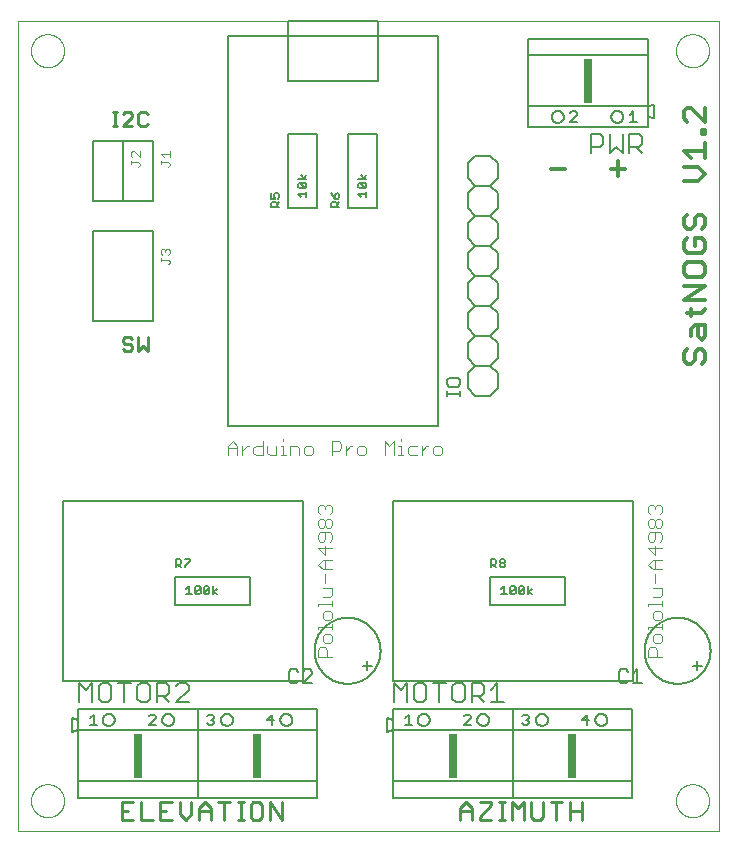
<source format=gto>
G75*
%MOIN*%
%OFA0B0*%
%FSLAX25Y25*%
%IPPOS*%
%LPD*%
%AMOC8*
5,1,8,0,0,1.08239X$1,22.5*
%
%ADD10C,0.00000*%
%ADD11C,0.01400*%
%ADD12C,0.01100*%
%ADD13C,0.00900*%
%ADD14C,0.00500*%
%ADD15C,0.00400*%
%ADD16C,0.00600*%
%ADD17C,0.00700*%
%ADD18R,0.03000X0.15000*%
%ADD19C,0.00800*%
D10*
X0002600Y0002600D02*
X0002600Y0272561D01*
X0236301Y0272561D01*
X0236301Y0002600D01*
X0002600Y0002600D01*
X0007088Y0012600D02*
X0007090Y0012748D01*
X0007096Y0012896D01*
X0007106Y0013044D01*
X0007120Y0013191D01*
X0007138Y0013338D01*
X0007159Y0013484D01*
X0007185Y0013630D01*
X0007215Y0013775D01*
X0007248Y0013919D01*
X0007286Y0014062D01*
X0007327Y0014204D01*
X0007372Y0014345D01*
X0007420Y0014485D01*
X0007473Y0014624D01*
X0007529Y0014761D01*
X0007589Y0014896D01*
X0007652Y0015030D01*
X0007719Y0015162D01*
X0007790Y0015292D01*
X0007864Y0015420D01*
X0007941Y0015546D01*
X0008022Y0015670D01*
X0008106Y0015792D01*
X0008193Y0015911D01*
X0008284Y0016028D01*
X0008378Y0016143D01*
X0008474Y0016255D01*
X0008574Y0016365D01*
X0008676Y0016471D01*
X0008782Y0016575D01*
X0008890Y0016676D01*
X0009001Y0016774D01*
X0009114Y0016870D01*
X0009230Y0016962D01*
X0009348Y0017051D01*
X0009469Y0017136D01*
X0009592Y0017219D01*
X0009717Y0017298D01*
X0009844Y0017374D01*
X0009973Y0017446D01*
X0010104Y0017515D01*
X0010237Y0017580D01*
X0010372Y0017641D01*
X0010508Y0017699D01*
X0010645Y0017754D01*
X0010784Y0017804D01*
X0010925Y0017851D01*
X0011066Y0017894D01*
X0011209Y0017934D01*
X0011353Y0017969D01*
X0011497Y0018001D01*
X0011643Y0018028D01*
X0011789Y0018052D01*
X0011936Y0018072D01*
X0012083Y0018088D01*
X0012230Y0018100D01*
X0012378Y0018108D01*
X0012526Y0018112D01*
X0012674Y0018112D01*
X0012822Y0018108D01*
X0012970Y0018100D01*
X0013117Y0018088D01*
X0013264Y0018072D01*
X0013411Y0018052D01*
X0013557Y0018028D01*
X0013703Y0018001D01*
X0013847Y0017969D01*
X0013991Y0017934D01*
X0014134Y0017894D01*
X0014275Y0017851D01*
X0014416Y0017804D01*
X0014555Y0017754D01*
X0014692Y0017699D01*
X0014828Y0017641D01*
X0014963Y0017580D01*
X0015096Y0017515D01*
X0015227Y0017446D01*
X0015356Y0017374D01*
X0015483Y0017298D01*
X0015608Y0017219D01*
X0015731Y0017136D01*
X0015852Y0017051D01*
X0015970Y0016962D01*
X0016086Y0016870D01*
X0016199Y0016774D01*
X0016310Y0016676D01*
X0016418Y0016575D01*
X0016524Y0016471D01*
X0016626Y0016365D01*
X0016726Y0016255D01*
X0016822Y0016143D01*
X0016916Y0016028D01*
X0017007Y0015911D01*
X0017094Y0015792D01*
X0017178Y0015670D01*
X0017259Y0015546D01*
X0017336Y0015420D01*
X0017410Y0015292D01*
X0017481Y0015162D01*
X0017548Y0015030D01*
X0017611Y0014896D01*
X0017671Y0014761D01*
X0017727Y0014624D01*
X0017780Y0014485D01*
X0017828Y0014345D01*
X0017873Y0014204D01*
X0017914Y0014062D01*
X0017952Y0013919D01*
X0017985Y0013775D01*
X0018015Y0013630D01*
X0018041Y0013484D01*
X0018062Y0013338D01*
X0018080Y0013191D01*
X0018094Y0013044D01*
X0018104Y0012896D01*
X0018110Y0012748D01*
X0018112Y0012600D01*
X0018110Y0012452D01*
X0018104Y0012304D01*
X0018094Y0012156D01*
X0018080Y0012009D01*
X0018062Y0011862D01*
X0018041Y0011716D01*
X0018015Y0011570D01*
X0017985Y0011425D01*
X0017952Y0011281D01*
X0017914Y0011138D01*
X0017873Y0010996D01*
X0017828Y0010855D01*
X0017780Y0010715D01*
X0017727Y0010576D01*
X0017671Y0010439D01*
X0017611Y0010304D01*
X0017548Y0010170D01*
X0017481Y0010038D01*
X0017410Y0009908D01*
X0017336Y0009780D01*
X0017259Y0009654D01*
X0017178Y0009530D01*
X0017094Y0009408D01*
X0017007Y0009289D01*
X0016916Y0009172D01*
X0016822Y0009057D01*
X0016726Y0008945D01*
X0016626Y0008835D01*
X0016524Y0008729D01*
X0016418Y0008625D01*
X0016310Y0008524D01*
X0016199Y0008426D01*
X0016086Y0008330D01*
X0015970Y0008238D01*
X0015852Y0008149D01*
X0015731Y0008064D01*
X0015608Y0007981D01*
X0015483Y0007902D01*
X0015356Y0007826D01*
X0015227Y0007754D01*
X0015096Y0007685D01*
X0014963Y0007620D01*
X0014828Y0007559D01*
X0014692Y0007501D01*
X0014555Y0007446D01*
X0014416Y0007396D01*
X0014275Y0007349D01*
X0014134Y0007306D01*
X0013991Y0007266D01*
X0013847Y0007231D01*
X0013703Y0007199D01*
X0013557Y0007172D01*
X0013411Y0007148D01*
X0013264Y0007128D01*
X0013117Y0007112D01*
X0012970Y0007100D01*
X0012822Y0007092D01*
X0012674Y0007088D01*
X0012526Y0007088D01*
X0012378Y0007092D01*
X0012230Y0007100D01*
X0012083Y0007112D01*
X0011936Y0007128D01*
X0011789Y0007148D01*
X0011643Y0007172D01*
X0011497Y0007199D01*
X0011353Y0007231D01*
X0011209Y0007266D01*
X0011066Y0007306D01*
X0010925Y0007349D01*
X0010784Y0007396D01*
X0010645Y0007446D01*
X0010508Y0007501D01*
X0010372Y0007559D01*
X0010237Y0007620D01*
X0010104Y0007685D01*
X0009973Y0007754D01*
X0009844Y0007826D01*
X0009717Y0007902D01*
X0009592Y0007981D01*
X0009469Y0008064D01*
X0009348Y0008149D01*
X0009230Y0008238D01*
X0009114Y0008330D01*
X0009001Y0008426D01*
X0008890Y0008524D01*
X0008782Y0008625D01*
X0008676Y0008729D01*
X0008574Y0008835D01*
X0008474Y0008945D01*
X0008378Y0009057D01*
X0008284Y0009172D01*
X0008193Y0009289D01*
X0008106Y0009408D01*
X0008022Y0009530D01*
X0007941Y0009654D01*
X0007864Y0009780D01*
X0007790Y0009908D01*
X0007719Y0010038D01*
X0007652Y0010170D01*
X0007589Y0010304D01*
X0007529Y0010439D01*
X0007473Y0010576D01*
X0007420Y0010715D01*
X0007372Y0010855D01*
X0007327Y0010996D01*
X0007286Y0011138D01*
X0007248Y0011281D01*
X0007215Y0011425D01*
X0007185Y0011570D01*
X0007159Y0011716D01*
X0007138Y0011862D01*
X0007120Y0012009D01*
X0007106Y0012156D01*
X0007096Y0012304D01*
X0007090Y0012452D01*
X0007088Y0012600D01*
X0007088Y0262600D02*
X0007090Y0262748D01*
X0007096Y0262896D01*
X0007106Y0263044D01*
X0007120Y0263191D01*
X0007138Y0263338D01*
X0007159Y0263484D01*
X0007185Y0263630D01*
X0007215Y0263775D01*
X0007248Y0263919D01*
X0007286Y0264062D01*
X0007327Y0264204D01*
X0007372Y0264345D01*
X0007420Y0264485D01*
X0007473Y0264624D01*
X0007529Y0264761D01*
X0007589Y0264896D01*
X0007652Y0265030D01*
X0007719Y0265162D01*
X0007790Y0265292D01*
X0007864Y0265420D01*
X0007941Y0265546D01*
X0008022Y0265670D01*
X0008106Y0265792D01*
X0008193Y0265911D01*
X0008284Y0266028D01*
X0008378Y0266143D01*
X0008474Y0266255D01*
X0008574Y0266365D01*
X0008676Y0266471D01*
X0008782Y0266575D01*
X0008890Y0266676D01*
X0009001Y0266774D01*
X0009114Y0266870D01*
X0009230Y0266962D01*
X0009348Y0267051D01*
X0009469Y0267136D01*
X0009592Y0267219D01*
X0009717Y0267298D01*
X0009844Y0267374D01*
X0009973Y0267446D01*
X0010104Y0267515D01*
X0010237Y0267580D01*
X0010372Y0267641D01*
X0010508Y0267699D01*
X0010645Y0267754D01*
X0010784Y0267804D01*
X0010925Y0267851D01*
X0011066Y0267894D01*
X0011209Y0267934D01*
X0011353Y0267969D01*
X0011497Y0268001D01*
X0011643Y0268028D01*
X0011789Y0268052D01*
X0011936Y0268072D01*
X0012083Y0268088D01*
X0012230Y0268100D01*
X0012378Y0268108D01*
X0012526Y0268112D01*
X0012674Y0268112D01*
X0012822Y0268108D01*
X0012970Y0268100D01*
X0013117Y0268088D01*
X0013264Y0268072D01*
X0013411Y0268052D01*
X0013557Y0268028D01*
X0013703Y0268001D01*
X0013847Y0267969D01*
X0013991Y0267934D01*
X0014134Y0267894D01*
X0014275Y0267851D01*
X0014416Y0267804D01*
X0014555Y0267754D01*
X0014692Y0267699D01*
X0014828Y0267641D01*
X0014963Y0267580D01*
X0015096Y0267515D01*
X0015227Y0267446D01*
X0015356Y0267374D01*
X0015483Y0267298D01*
X0015608Y0267219D01*
X0015731Y0267136D01*
X0015852Y0267051D01*
X0015970Y0266962D01*
X0016086Y0266870D01*
X0016199Y0266774D01*
X0016310Y0266676D01*
X0016418Y0266575D01*
X0016524Y0266471D01*
X0016626Y0266365D01*
X0016726Y0266255D01*
X0016822Y0266143D01*
X0016916Y0266028D01*
X0017007Y0265911D01*
X0017094Y0265792D01*
X0017178Y0265670D01*
X0017259Y0265546D01*
X0017336Y0265420D01*
X0017410Y0265292D01*
X0017481Y0265162D01*
X0017548Y0265030D01*
X0017611Y0264896D01*
X0017671Y0264761D01*
X0017727Y0264624D01*
X0017780Y0264485D01*
X0017828Y0264345D01*
X0017873Y0264204D01*
X0017914Y0264062D01*
X0017952Y0263919D01*
X0017985Y0263775D01*
X0018015Y0263630D01*
X0018041Y0263484D01*
X0018062Y0263338D01*
X0018080Y0263191D01*
X0018094Y0263044D01*
X0018104Y0262896D01*
X0018110Y0262748D01*
X0018112Y0262600D01*
X0018110Y0262452D01*
X0018104Y0262304D01*
X0018094Y0262156D01*
X0018080Y0262009D01*
X0018062Y0261862D01*
X0018041Y0261716D01*
X0018015Y0261570D01*
X0017985Y0261425D01*
X0017952Y0261281D01*
X0017914Y0261138D01*
X0017873Y0260996D01*
X0017828Y0260855D01*
X0017780Y0260715D01*
X0017727Y0260576D01*
X0017671Y0260439D01*
X0017611Y0260304D01*
X0017548Y0260170D01*
X0017481Y0260038D01*
X0017410Y0259908D01*
X0017336Y0259780D01*
X0017259Y0259654D01*
X0017178Y0259530D01*
X0017094Y0259408D01*
X0017007Y0259289D01*
X0016916Y0259172D01*
X0016822Y0259057D01*
X0016726Y0258945D01*
X0016626Y0258835D01*
X0016524Y0258729D01*
X0016418Y0258625D01*
X0016310Y0258524D01*
X0016199Y0258426D01*
X0016086Y0258330D01*
X0015970Y0258238D01*
X0015852Y0258149D01*
X0015731Y0258064D01*
X0015608Y0257981D01*
X0015483Y0257902D01*
X0015356Y0257826D01*
X0015227Y0257754D01*
X0015096Y0257685D01*
X0014963Y0257620D01*
X0014828Y0257559D01*
X0014692Y0257501D01*
X0014555Y0257446D01*
X0014416Y0257396D01*
X0014275Y0257349D01*
X0014134Y0257306D01*
X0013991Y0257266D01*
X0013847Y0257231D01*
X0013703Y0257199D01*
X0013557Y0257172D01*
X0013411Y0257148D01*
X0013264Y0257128D01*
X0013117Y0257112D01*
X0012970Y0257100D01*
X0012822Y0257092D01*
X0012674Y0257088D01*
X0012526Y0257088D01*
X0012378Y0257092D01*
X0012230Y0257100D01*
X0012083Y0257112D01*
X0011936Y0257128D01*
X0011789Y0257148D01*
X0011643Y0257172D01*
X0011497Y0257199D01*
X0011353Y0257231D01*
X0011209Y0257266D01*
X0011066Y0257306D01*
X0010925Y0257349D01*
X0010784Y0257396D01*
X0010645Y0257446D01*
X0010508Y0257501D01*
X0010372Y0257559D01*
X0010237Y0257620D01*
X0010104Y0257685D01*
X0009973Y0257754D01*
X0009844Y0257826D01*
X0009717Y0257902D01*
X0009592Y0257981D01*
X0009469Y0258064D01*
X0009348Y0258149D01*
X0009230Y0258238D01*
X0009114Y0258330D01*
X0009001Y0258426D01*
X0008890Y0258524D01*
X0008782Y0258625D01*
X0008676Y0258729D01*
X0008574Y0258835D01*
X0008474Y0258945D01*
X0008378Y0259057D01*
X0008284Y0259172D01*
X0008193Y0259289D01*
X0008106Y0259408D01*
X0008022Y0259530D01*
X0007941Y0259654D01*
X0007864Y0259780D01*
X0007790Y0259908D01*
X0007719Y0260038D01*
X0007652Y0260170D01*
X0007589Y0260304D01*
X0007529Y0260439D01*
X0007473Y0260576D01*
X0007420Y0260715D01*
X0007372Y0260855D01*
X0007327Y0260996D01*
X0007286Y0261138D01*
X0007248Y0261281D01*
X0007215Y0261425D01*
X0007185Y0261570D01*
X0007159Y0261716D01*
X0007138Y0261862D01*
X0007120Y0262009D01*
X0007106Y0262156D01*
X0007096Y0262304D01*
X0007090Y0262452D01*
X0007088Y0262600D01*
X0222088Y0262600D02*
X0222090Y0262748D01*
X0222096Y0262896D01*
X0222106Y0263044D01*
X0222120Y0263191D01*
X0222138Y0263338D01*
X0222159Y0263484D01*
X0222185Y0263630D01*
X0222215Y0263775D01*
X0222248Y0263919D01*
X0222286Y0264062D01*
X0222327Y0264204D01*
X0222372Y0264345D01*
X0222420Y0264485D01*
X0222473Y0264624D01*
X0222529Y0264761D01*
X0222589Y0264896D01*
X0222652Y0265030D01*
X0222719Y0265162D01*
X0222790Y0265292D01*
X0222864Y0265420D01*
X0222941Y0265546D01*
X0223022Y0265670D01*
X0223106Y0265792D01*
X0223193Y0265911D01*
X0223284Y0266028D01*
X0223378Y0266143D01*
X0223474Y0266255D01*
X0223574Y0266365D01*
X0223676Y0266471D01*
X0223782Y0266575D01*
X0223890Y0266676D01*
X0224001Y0266774D01*
X0224114Y0266870D01*
X0224230Y0266962D01*
X0224348Y0267051D01*
X0224469Y0267136D01*
X0224592Y0267219D01*
X0224717Y0267298D01*
X0224844Y0267374D01*
X0224973Y0267446D01*
X0225104Y0267515D01*
X0225237Y0267580D01*
X0225372Y0267641D01*
X0225508Y0267699D01*
X0225645Y0267754D01*
X0225784Y0267804D01*
X0225925Y0267851D01*
X0226066Y0267894D01*
X0226209Y0267934D01*
X0226353Y0267969D01*
X0226497Y0268001D01*
X0226643Y0268028D01*
X0226789Y0268052D01*
X0226936Y0268072D01*
X0227083Y0268088D01*
X0227230Y0268100D01*
X0227378Y0268108D01*
X0227526Y0268112D01*
X0227674Y0268112D01*
X0227822Y0268108D01*
X0227970Y0268100D01*
X0228117Y0268088D01*
X0228264Y0268072D01*
X0228411Y0268052D01*
X0228557Y0268028D01*
X0228703Y0268001D01*
X0228847Y0267969D01*
X0228991Y0267934D01*
X0229134Y0267894D01*
X0229275Y0267851D01*
X0229416Y0267804D01*
X0229555Y0267754D01*
X0229692Y0267699D01*
X0229828Y0267641D01*
X0229963Y0267580D01*
X0230096Y0267515D01*
X0230227Y0267446D01*
X0230356Y0267374D01*
X0230483Y0267298D01*
X0230608Y0267219D01*
X0230731Y0267136D01*
X0230852Y0267051D01*
X0230970Y0266962D01*
X0231086Y0266870D01*
X0231199Y0266774D01*
X0231310Y0266676D01*
X0231418Y0266575D01*
X0231524Y0266471D01*
X0231626Y0266365D01*
X0231726Y0266255D01*
X0231822Y0266143D01*
X0231916Y0266028D01*
X0232007Y0265911D01*
X0232094Y0265792D01*
X0232178Y0265670D01*
X0232259Y0265546D01*
X0232336Y0265420D01*
X0232410Y0265292D01*
X0232481Y0265162D01*
X0232548Y0265030D01*
X0232611Y0264896D01*
X0232671Y0264761D01*
X0232727Y0264624D01*
X0232780Y0264485D01*
X0232828Y0264345D01*
X0232873Y0264204D01*
X0232914Y0264062D01*
X0232952Y0263919D01*
X0232985Y0263775D01*
X0233015Y0263630D01*
X0233041Y0263484D01*
X0233062Y0263338D01*
X0233080Y0263191D01*
X0233094Y0263044D01*
X0233104Y0262896D01*
X0233110Y0262748D01*
X0233112Y0262600D01*
X0233110Y0262452D01*
X0233104Y0262304D01*
X0233094Y0262156D01*
X0233080Y0262009D01*
X0233062Y0261862D01*
X0233041Y0261716D01*
X0233015Y0261570D01*
X0232985Y0261425D01*
X0232952Y0261281D01*
X0232914Y0261138D01*
X0232873Y0260996D01*
X0232828Y0260855D01*
X0232780Y0260715D01*
X0232727Y0260576D01*
X0232671Y0260439D01*
X0232611Y0260304D01*
X0232548Y0260170D01*
X0232481Y0260038D01*
X0232410Y0259908D01*
X0232336Y0259780D01*
X0232259Y0259654D01*
X0232178Y0259530D01*
X0232094Y0259408D01*
X0232007Y0259289D01*
X0231916Y0259172D01*
X0231822Y0259057D01*
X0231726Y0258945D01*
X0231626Y0258835D01*
X0231524Y0258729D01*
X0231418Y0258625D01*
X0231310Y0258524D01*
X0231199Y0258426D01*
X0231086Y0258330D01*
X0230970Y0258238D01*
X0230852Y0258149D01*
X0230731Y0258064D01*
X0230608Y0257981D01*
X0230483Y0257902D01*
X0230356Y0257826D01*
X0230227Y0257754D01*
X0230096Y0257685D01*
X0229963Y0257620D01*
X0229828Y0257559D01*
X0229692Y0257501D01*
X0229555Y0257446D01*
X0229416Y0257396D01*
X0229275Y0257349D01*
X0229134Y0257306D01*
X0228991Y0257266D01*
X0228847Y0257231D01*
X0228703Y0257199D01*
X0228557Y0257172D01*
X0228411Y0257148D01*
X0228264Y0257128D01*
X0228117Y0257112D01*
X0227970Y0257100D01*
X0227822Y0257092D01*
X0227674Y0257088D01*
X0227526Y0257088D01*
X0227378Y0257092D01*
X0227230Y0257100D01*
X0227083Y0257112D01*
X0226936Y0257128D01*
X0226789Y0257148D01*
X0226643Y0257172D01*
X0226497Y0257199D01*
X0226353Y0257231D01*
X0226209Y0257266D01*
X0226066Y0257306D01*
X0225925Y0257349D01*
X0225784Y0257396D01*
X0225645Y0257446D01*
X0225508Y0257501D01*
X0225372Y0257559D01*
X0225237Y0257620D01*
X0225104Y0257685D01*
X0224973Y0257754D01*
X0224844Y0257826D01*
X0224717Y0257902D01*
X0224592Y0257981D01*
X0224469Y0258064D01*
X0224348Y0258149D01*
X0224230Y0258238D01*
X0224114Y0258330D01*
X0224001Y0258426D01*
X0223890Y0258524D01*
X0223782Y0258625D01*
X0223676Y0258729D01*
X0223574Y0258835D01*
X0223474Y0258945D01*
X0223378Y0259057D01*
X0223284Y0259172D01*
X0223193Y0259289D01*
X0223106Y0259408D01*
X0223022Y0259530D01*
X0222941Y0259654D01*
X0222864Y0259780D01*
X0222790Y0259908D01*
X0222719Y0260038D01*
X0222652Y0260170D01*
X0222589Y0260304D01*
X0222529Y0260439D01*
X0222473Y0260576D01*
X0222420Y0260715D01*
X0222372Y0260855D01*
X0222327Y0260996D01*
X0222286Y0261138D01*
X0222248Y0261281D01*
X0222215Y0261425D01*
X0222185Y0261570D01*
X0222159Y0261716D01*
X0222138Y0261862D01*
X0222120Y0262009D01*
X0222106Y0262156D01*
X0222096Y0262304D01*
X0222090Y0262452D01*
X0222088Y0262600D01*
X0222088Y0012600D02*
X0222090Y0012748D01*
X0222096Y0012896D01*
X0222106Y0013044D01*
X0222120Y0013191D01*
X0222138Y0013338D01*
X0222159Y0013484D01*
X0222185Y0013630D01*
X0222215Y0013775D01*
X0222248Y0013919D01*
X0222286Y0014062D01*
X0222327Y0014204D01*
X0222372Y0014345D01*
X0222420Y0014485D01*
X0222473Y0014624D01*
X0222529Y0014761D01*
X0222589Y0014896D01*
X0222652Y0015030D01*
X0222719Y0015162D01*
X0222790Y0015292D01*
X0222864Y0015420D01*
X0222941Y0015546D01*
X0223022Y0015670D01*
X0223106Y0015792D01*
X0223193Y0015911D01*
X0223284Y0016028D01*
X0223378Y0016143D01*
X0223474Y0016255D01*
X0223574Y0016365D01*
X0223676Y0016471D01*
X0223782Y0016575D01*
X0223890Y0016676D01*
X0224001Y0016774D01*
X0224114Y0016870D01*
X0224230Y0016962D01*
X0224348Y0017051D01*
X0224469Y0017136D01*
X0224592Y0017219D01*
X0224717Y0017298D01*
X0224844Y0017374D01*
X0224973Y0017446D01*
X0225104Y0017515D01*
X0225237Y0017580D01*
X0225372Y0017641D01*
X0225508Y0017699D01*
X0225645Y0017754D01*
X0225784Y0017804D01*
X0225925Y0017851D01*
X0226066Y0017894D01*
X0226209Y0017934D01*
X0226353Y0017969D01*
X0226497Y0018001D01*
X0226643Y0018028D01*
X0226789Y0018052D01*
X0226936Y0018072D01*
X0227083Y0018088D01*
X0227230Y0018100D01*
X0227378Y0018108D01*
X0227526Y0018112D01*
X0227674Y0018112D01*
X0227822Y0018108D01*
X0227970Y0018100D01*
X0228117Y0018088D01*
X0228264Y0018072D01*
X0228411Y0018052D01*
X0228557Y0018028D01*
X0228703Y0018001D01*
X0228847Y0017969D01*
X0228991Y0017934D01*
X0229134Y0017894D01*
X0229275Y0017851D01*
X0229416Y0017804D01*
X0229555Y0017754D01*
X0229692Y0017699D01*
X0229828Y0017641D01*
X0229963Y0017580D01*
X0230096Y0017515D01*
X0230227Y0017446D01*
X0230356Y0017374D01*
X0230483Y0017298D01*
X0230608Y0017219D01*
X0230731Y0017136D01*
X0230852Y0017051D01*
X0230970Y0016962D01*
X0231086Y0016870D01*
X0231199Y0016774D01*
X0231310Y0016676D01*
X0231418Y0016575D01*
X0231524Y0016471D01*
X0231626Y0016365D01*
X0231726Y0016255D01*
X0231822Y0016143D01*
X0231916Y0016028D01*
X0232007Y0015911D01*
X0232094Y0015792D01*
X0232178Y0015670D01*
X0232259Y0015546D01*
X0232336Y0015420D01*
X0232410Y0015292D01*
X0232481Y0015162D01*
X0232548Y0015030D01*
X0232611Y0014896D01*
X0232671Y0014761D01*
X0232727Y0014624D01*
X0232780Y0014485D01*
X0232828Y0014345D01*
X0232873Y0014204D01*
X0232914Y0014062D01*
X0232952Y0013919D01*
X0232985Y0013775D01*
X0233015Y0013630D01*
X0233041Y0013484D01*
X0233062Y0013338D01*
X0233080Y0013191D01*
X0233094Y0013044D01*
X0233104Y0012896D01*
X0233110Y0012748D01*
X0233112Y0012600D01*
X0233110Y0012452D01*
X0233104Y0012304D01*
X0233094Y0012156D01*
X0233080Y0012009D01*
X0233062Y0011862D01*
X0233041Y0011716D01*
X0233015Y0011570D01*
X0232985Y0011425D01*
X0232952Y0011281D01*
X0232914Y0011138D01*
X0232873Y0010996D01*
X0232828Y0010855D01*
X0232780Y0010715D01*
X0232727Y0010576D01*
X0232671Y0010439D01*
X0232611Y0010304D01*
X0232548Y0010170D01*
X0232481Y0010038D01*
X0232410Y0009908D01*
X0232336Y0009780D01*
X0232259Y0009654D01*
X0232178Y0009530D01*
X0232094Y0009408D01*
X0232007Y0009289D01*
X0231916Y0009172D01*
X0231822Y0009057D01*
X0231726Y0008945D01*
X0231626Y0008835D01*
X0231524Y0008729D01*
X0231418Y0008625D01*
X0231310Y0008524D01*
X0231199Y0008426D01*
X0231086Y0008330D01*
X0230970Y0008238D01*
X0230852Y0008149D01*
X0230731Y0008064D01*
X0230608Y0007981D01*
X0230483Y0007902D01*
X0230356Y0007826D01*
X0230227Y0007754D01*
X0230096Y0007685D01*
X0229963Y0007620D01*
X0229828Y0007559D01*
X0229692Y0007501D01*
X0229555Y0007446D01*
X0229416Y0007396D01*
X0229275Y0007349D01*
X0229134Y0007306D01*
X0228991Y0007266D01*
X0228847Y0007231D01*
X0228703Y0007199D01*
X0228557Y0007172D01*
X0228411Y0007148D01*
X0228264Y0007128D01*
X0228117Y0007112D01*
X0227970Y0007100D01*
X0227822Y0007092D01*
X0227674Y0007088D01*
X0227526Y0007088D01*
X0227378Y0007092D01*
X0227230Y0007100D01*
X0227083Y0007112D01*
X0226936Y0007128D01*
X0226789Y0007148D01*
X0226643Y0007172D01*
X0226497Y0007199D01*
X0226353Y0007231D01*
X0226209Y0007266D01*
X0226066Y0007306D01*
X0225925Y0007349D01*
X0225784Y0007396D01*
X0225645Y0007446D01*
X0225508Y0007501D01*
X0225372Y0007559D01*
X0225237Y0007620D01*
X0225104Y0007685D01*
X0224973Y0007754D01*
X0224844Y0007826D01*
X0224717Y0007902D01*
X0224592Y0007981D01*
X0224469Y0008064D01*
X0224348Y0008149D01*
X0224230Y0008238D01*
X0224114Y0008330D01*
X0224001Y0008426D01*
X0223890Y0008524D01*
X0223782Y0008625D01*
X0223676Y0008729D01*
X0223574Y0008835D01*
X0223474Y0008945D01*
X0223378Y0009057D01*
X0223284Y0009172D01*
X0223193Y0009289D01*
X0223106Y0009408D01*
X0223022Y0009530D01*
X0222941Y0009654D01*
X0222864Y0009780D01*
X0222790Y0009908D01*
X0222719Y0010038D01*
X0222652Y0010170D01*
X0222589Y0010304D01*
X0222529Y0010439D01*
X0222473Y0010576D01*
X0222420Y0010715D01*
X0222372Y0010855D01*
X0222327Y0010996D01*
X0222286Y0011138D01*
X0222248Y0011281D01*
X0222215Y0011425D01*
X0222185Y0011570D01*
X0222159Y0011716D01*
X0222138Y0011862D01*
X0222120Y0012009D01*
X0222106Y0012156D01*
X0222096Y0012304D01*
X0222090Y0012452D01*
X0222088Y0012600D01*
D11*
X0225895Y0158300D02*
X0227096Y0158300D01*
X0228297Y0159501D01*
X0228297Y0161903D01*
X0229498Y0163104D01*
X0230699Y0163104D01*
X0231900Y0161903D01*
X0231900Y0159501D01*
X0230699Y0158300D01*
X0225895Y0158300D02*
X0224694Y0159501D01*
X0224694Y0161903D01*
X0225895Y0163104D01*
X0227096Y0167420D02*
X0227096Y0169822D01*
X0228297Y0171023D01*
X0231900Y0171023D01*
X0231900Y0167420D01*
X0230699Y0166219D01*
X0229498Y0167420D01*
X0229498Y0171023D01*
X0227096Y0174138D02*
X0227096Y0176540D01*
X0225895Y0175339D02*
X0230699Y0175339D01*
X0231900Y0176540D01*
X0231900Y0179417D02*
X0224694Y0179417D01*
X0231900Y0184221D01*
X0224694Y0184221D01*
X0225895Y0187335D02*
X0224694Y0188536D01*
X0224694Y0190939D01*
X0225895Y0192140D01*
X0230699Y0192140D01*
X0231900Y0190939D01*
X0231900Y0188536D01*
X0230699Y0187335D01*
X0225895Y0187335D01*
X0225895Y0195254D02*
X0224694Y0196455D01*
X0224694Y0198857D01*
X0225895Y0200058D01*
X0228297Y0200058D02*
X0228297Y0197656D01*
X0228297Y0200058D02*
X0230699Y0200058D01*
X0231900Y0198857D01*
X0231900Y0196455D01*
X0230699Y0195254D01*
X0225895Y0195254D01*
X0225895Y0203173D02*
X0227096Y0203173D01*
X0228297Y0204374D01*
X0228297Y0206776D01*
X0229498Y0207977D01*
X0230699Y0207977D01*
X0231900Y0206776D01*
X0231900Y0204374D01*
X0230699Y0203173D01*
X0225895Y0203173D02*
X0224694Y0204374D01*
X0224694Y0206776D01*
X0225895Y0207977D01*
X0224694Y0219011D02*
X0229498Y0219011D01*
X0231900Y0221413D01*
X0229498Y0223815D01*
X0224694Y0223815D01*
X0227096Y0226929D02*
X0224694Y0229331D01*
X0231900Y0229331D01*
X0231900Y0226929D02*
X0231900Y0231733D01*
X0231900Y0234848D02*
X0231900Y0236049D01*
X0230699Y0236049D01*
X0230699Y0234848D01*
X0231900Y0234848D01*
X0231900Y0238807D02*
X0227096Y0243612D01*
X0225895Y0243612D01*
X0224694Y0242410D01*
X0224694Y0240008D01*
X0225895Y0238807D01*
X0231900Y0238807D02*
X0231900Y0243612D01*
X0205185Y0223303D02*
X0200381Y0223303D01*
X0202783Y0225705D02*
X0202783Y0220901D01*
X0185185Y0223303D02*
X0180381Y0223303D01*
D12*
X0180259Y0012055D02*
X0184196Y0012055D01*
X0182227Y0012055D02*
X0182227Y0006150D01*
X0177750Y0007134D02*
X0177750Y0012055D01*
X0173813Y0012055D02*
X0173813Y0007134D01*
X0174798Y0006150D01*
X0176766Y0006150D01*
X0177750Y0007134D01*
X0171305Y0006150D02*
X0171305Y0012055D01*
X0169336Y0010087D01*
X0167368Y0012055D01*
X0167368Y0006150D01*
X0165039Y0006150D02*
X0163071Y0006150D01*
X0164055Y0006150D02*
X0164055Y0012055D01*
X0163071Y0012055D02*
X0165039Y0012055D01*
X0160562Y0012055D02*
X0160562Y0011071D01*
X0156625Y0007134D01*
X0156625Y0006150D01*
X0160562Y0006150D01*
X0160562Y0012055D02*
X0156625Y0012055D01*
X0154117Y0010087D02*
X0154117Y0006150D01*
X0154117Y0009103D02*
X0150180Y0009103D01*
X0150180Y0010087D02*
X0152148Y0012055D01*
X0154117Y0010087D01*
X0150180Y0010087D02*
X0150180Y0006150D01*
X0186704Y0006150D02*
X0186704Y0012055D01*
X0186704Y0009103D02*
X0190641Y0009103D01*
X0190641Y0012055D02*
X0190641Y0006150D01*
X0090641Y0006150D02*
X0090641Y0012055D01*
X0086704Y0012055D02*
X0090641Y0006150D01*
X0086704Y0006150D02*
X0086704Y0012055D01*
X0084196Y0011071D02*
X0083211Y0012055D01*
X0081243Y0012055D01*
X0080259Y0011071D01*
X0080259Y0007134D01*
X0081243Y0006150D01*
X0083211Y0006150D01*
X0084196Y0007134D01*
X0084196Y0011071D01*
X0077930Y0012055D02*
X0075962Y0012055D01*
X0076946Y0012055D02*
X0076946Y0006150D01*
X0075962Y0006150D02*
X0077930Y0006150D01*
X0073453Y0012055D02*
X0069516Y0012055D01*
X0071485Y0012055D02*
X0071485Y0006150D01*
X0067008Y0006150D02*
X0067008Y0010087D01*
X0065039Y0012055D01*
X0063071Y0010087D01*
X0063071Y0006150D01*
X0063071Y0009103D02*
X0067008Y0009103D01*
X0060562Y0008118D02*
X0060562Y0012055D01*
X0056625Y0012055D02*
X0056625Y0008118D01*
X0058594Y0006150D01*
X0060562Y0008118D01*
X0054117Y0006150D02*
X0050180Y0006150D01*
X0050180Y0012055D01*
X0054117Y0012055D01*
X0052148Y0009103D02*
X0050180Y0009103D01*
X0047671Y0006150D02*
X0043734Y0006150D01*
X0043734Y0012055D01*
X0041226Y0012055D02*
X0037289Y0012055D01*
X0037289Y0006150D01*
X0041226Y0006150D01*
X0039257Y0009103D02*
X0037289Y0009103D01*
D13*
X0038521Y0162450D02*
X0037737Y0163234D01*
X0038521Y0162450D02*
X0040089Y0162450D01*
X0040873Y0163234D01*
X0040873Y0164018D01*
X0040089Y0164802D01*
X0038521Y0164802D01*
X0037737Y0165586D01*
X0037737Y0166370D01*
X0038521Y0167154D01*
X0040089Y0167154D01*
X0040873Y0166370D01*
X0042894Y0167154D02*
X0042894Y0162450D01*
X0044462Y0164018D01*
X0046030Y0162450D01*
X0046030Y0167154D01*
X0045246Y0237450D02*
X0046030Y0238234D01*
X0045246Y0237450D02*
X0043678Y0237450D01*
X0042894Y0238234D01*
X0042894Y0241370D01*
X0043678Y0242154D01*
X0045246Y0242154D01*
X0046030Y0241370D01*
X0040873Y0241370D02*
X0040089Y0242154D01*
X0038521Y0242154D01*
X0037737Y0241370D01*
X0035868Y0242154D02*
X0034300Y0242154D01*
X0035084Y0242154D02*
X0035084Y0237450D01*
X0034300Y0237450D02*
X0035868Y0237450D01*
X0037737Y0237450D02*
X0040873Y0240586D01*
X0040873Y0241370D01*
X0040873Y0237450D02*
X0037737Y0237450D01*
D14*
X0037600Y0232600D02*
X0037600Y0212600D01*
X0027600Y0212600D01*
X0027600Y0232600D01*
X0037600Y0232600D01*
X0047600Y0232600D01*
X0047600Y0212600D01*
X0037600Y0212600D01*
X0037600Y0232600D01*
X0027600Y0202600D02*
X0047600Y0202600D01*
X0047600Y0172600D01*
X0027600Y0172600D01*
X0027600Y0202600D01*
X0072600Y0137600D02*
X0072600Y0267600D01*
X0142600Y0267600D01*
X0142600Y0137600D01*
X0072600Y0137600D01*
X0097600Y0112600D02*
X0097600Y0052600D01*
X0017600Y0052600D01*
X0017600Y0112600D01*
X0097600Y0112600D01*
X0069041Y0083152D02*
X0067690Y0082251D01*
X0069041Y0081350D01*
X0067690Y0081350D02*
X0067690Y0084052D01*
X0066545Y0083602D02*
X0066545Y0081800D01*
X0066094Y0081350D01*
X0065193Y0081350D01*
X0064743Y0081800D01*
X0066545Y0083602D01*
X0066094Y0084052D01*
X0065193Y0084052D01*
X0064743Y0083602D01*
X0064743Y0081800D01*
X0063598Y0081800D02*
X0063148Y0081350D01*
X0062247Y0081350D01*
X0061797Y0081800D01*
X0063598Y0083602D01*
X0063598Y0081800D01*
X0061797Y0081800D02*
X0061797Y0083602D01*
X0062247Y0084052D01*
X0063148Y0084052D01*
X0063598Y0083602D01*
X0060652Y0081350D02*
X0058850Y0081350D01*
X0059751Y0081350D02*
X0059751Y0084052D01*
X0058850Y0083152D01*
X0058297Y0090350D02*
X0058297Y0090800D01*
X0060098Y0092602D01*
X0060098Y0093052D01*
X0058297Y0093052D01*
X0057152Y0092602D02*
X0057152Y0091701D01*
X0056701Y0091251D01*
X0055350Y0091251D01*
X0056251Y0091251D02*
X0057152Y0090350D01*
X0055350Y0090350D02*
X0055350Y0093052D01*
X0056701Y0093052D01*
X0057152Y0092602D01*
X0093893Y0056354D02*
X0093142Y0055603D01*
X0093142Y0052601D01*
X0093893Y0051850D01*
X0095394Y0051850D01*
X0096145Y0052601D01*
X0097746Y0051850D02*
X0100749Y0054853D01*
X0100749Y0055603D01*
X0099998Y0056354D01*
X0098497Y0056354D01*
X0097746Y0055603D01*
X0096145Y0055603D02*
X0095394Y0056354D01*
X0093893Y0056354D01*
X0097746Y0051850D02*
X0100749Y0051850D01*
X0087551Y0041253D02*
X0087551Y0037850D01*
X0088119Y0039551D02*
X0085850Y0039551D01*
X0087551Y0041253D01*
X0068119Y0040686D02*
X0068119Y0040119D01*
X0067551Y0039551D01*
X0068119Y0038984D01*
X0068119Y0038417D01*
X0067551Y0037850D01*
X0066417Y0037850D01*
X0065850Y0038417D01*
X0066984Y0039551D02*
X0067551Y0039551D01*
X0068119Y0040686D02*
X0067551Y0041253D01*
X0066417Y0041253D01*
X0065850Y0040686D01*
X0048619Y0040686D02*
X0048051Y0041253D01*
X0046917Y0041253D01*
X0046350Y0040686D01*
X0048619Y0040686D02*
X0048619Y0040119D01*
X0046350Y0037850D01*
X0048619Y0037850D01*
X0029119Y0037850D02*
X0026850Y0037850D01*
X0027984Y0037850D02*
X0027984Y0041253D01*
X0026850Y0040119D01*
X0127600Y0052600D02*
X0207600Y0052600D01*
X0207600Y0112600D01*
X0127600Y0112600D01*
X0127600Y0052600D01*
X0132984Y0041253D02*
X0131850Y0040119D01*
X0132984Y0041253D02*
X0132984Y0037850D01*
X0131850Y0037850D02*
X0134119Y0037850D01*
X0151350Y0037850D02*
X0153619Y0040119D01*
X0153619Y0040686D01*
X0153051Y0041253D01*
X0151917Y0041253D01*
X0151350Y0040686D01*
X0151350Y0037850D02*
X0153619Y0037850D01*
X0170850Y0038417D02*
X0171417Y0037850D01*
X0172551Y0037850D01*
X0173119Y0038417D01*
X0173119Y0038984D01*
X0172551Y0039551D01*
X0171984Y0039551D01*
X0172551Y0039551D02*
X0173119Y0040119D01*
X0173119Y0040686D01*
X0172551Y0041253D01*
X0171417Y0041253D01*
X0170850Y0040686D01*
X0190850Y0039551D02*
X0193119Y0039551D01*
X0192551Y0037850D02*
X0192551Y0041253D01*
X0190850Y0039551D01*
X0203893Y0051850D02*
X0205394Y0051850D01*
X0206145Y0052601D01*
X0207746Y0051850D02*
X0210749Y0051850D01*
X0209247Y0051850D02*
X0209247Y0056354D01*
X0207746Y0054853D01*
X0206145Y0055603D02*
X0205394Y0056354D01*
X0203893Y0056354D01*
X0203142Y0055603D01*
X0203142Y0052601D01*
X0203893Y0051850D01*
X0174041Y0081350D02*
X0172690Y0082251D01*
X0174041Y0083152D01*
X0172690Y0084052D02*
X0172690Y0081350D01*
X0171545Y0081800D02*
X0171094Y0081350D01*
X0170193Y0081350D01*
X0169743Y0081800D01*
X0171545Y0083602D01*
X0171545Y0081800D01*
X0171545Y0083602D02*
X0171094Y0084052D01*
X0170193Y0084052D01*
X0169743Y0083602D01*
X0169743Y0081800D01*
X0168598Y0081800D02*
X0168148Y0081350D01*
X0167247Y0081350D01*
X0166797Y0081800D01*
X0168598Y0083602D01*
X0168598Y0081800D01*
X0166797Y0081800D02*
X0166797Y0083602D01*
X0167247Y0084052D01*
X0168148Y0084052D01*
X0168598Y0083602D01*
X0165652Y0081350D02*
X0163850Y0081350D01*
X0164751Y0081350D02*
X0164751Y0084052D01*
X0163850Y0083152D01*
X0163747Y0090350D02*
X0163297Y0090800D01*
X0163297Y0091251D01*
X0163747Y0091701D01*
X0164648Y0091701D01*
X0165098Y0091251D01*
X0165098Y0090800D01*
X0164648Y0090350D01*
X0163747Y0090350D01*
X0163747Y0091701D02*
X0163297Y0092152D01*
X0163297Y0092602D01*
X0163747Y0093052D01*
X0164648Y0093052D01*
X0165098Y0092602D01*
X0165098Y0092152D01*
X0164648Y0091701D01*
X0162152Y0091701D02*
X0162152Y0092602D01*
X0161701Y0093052D01*
X0160350Y0093052D01*
X0160350Y0090350D01*
X0160350Y0091251D02*
X0161701Y0091251D01*
X0162152Y0091701D01*
X0161251Y0091251D02*
X0162152Y0090350D01*
X0150150Y0147550D02*
X0150150Y0149051D01*
X0150150Y0148301D02*
X0145646Y0148301D01*
X0145646Y0149051D02*
X0145646Y0147550D01*
X0146397Y0150619D02*
X0149399Y0150619D01*
X0150150Y0151370D01*
X0150150Y0152871D01*
X0149399Y0153622D01*
X0146397Y0153622D01*
X0145646Y0152871D01*
X0145646Y0151370D01*
X0146397Y0150619D01*
X0109850Y0210350D02*
X0107148Y0210350D01*
X0107148Y0211701D01*
X0107598Y0212152D01*
X0108499Y0212152D01*
X0108949Y0211701D01*
X0108949Y0210350D01*
X0108949Y0211251D02*
X0109850Y0212152D01*
X0109400Y0213297D02*
X0109850Y0213747D01*
X0109850Y0214648D01*
X0109400Y0215098D01*
X0108949Y0215098D01*
X0108499Y0214648D01*
X0108499Y0213297D01*
X0109400Y0213297D01*
X0108499Y0213297D02*
X0107598Y0214197D01*
X0107148Y0215098D01*
X0098850Y0214751D02*
X0096148Y0214751D01*
X0097048Y0213850D01*
X0098850Y0213850D02*
X0098850Y0215652D01*
X0098400Y0216797D02*
X0096598Y0218598D01*
X0098400Y0218598D01*
X0098850Y0218148D01*
X0098850Y0217247D01*
X0098400Y0216797D01*
X0096598Y0216797D01*
X0096148Y0217247D01*
X0096148Y0218148D01*
X0096598Y0218598D01*
X0096148Y0219743D02*
X0098850Y0219743D01*
X0097949Y0219743D02*
X0097048Y0221094D01*
X0097949Y0219743D02*
X0098850Y0221094D01*
X0089850Y0214648D02*
X0089850Y0213747D01*
X0089400Y0213297D01*
X0088499Y0213297D02*
X0088048Y0214197D01*
X0088048Y0214648D01*
X0088499Y0215098D01*
X0089400Y0215098D01*
X0089850Y0214648D01*
X0088499Y0213297D02*
X0087148Y0213297D01*
X0087148Y0215098D01*
X0087598Y0212152D02*
X0088499Y0212152D01*
X0088949Y0211701D01*
X0088949Y0210350D01*
X0088949Y0211251D02*
X0089850Y0212152D01*
X0089850Y0210350D02*
X0087148Y0210350D01*
X0087148Y0211701D01*
X0087598Y0212152D01*
X0116148Y0214751D02*
X0117048Y0213850D01*
X0116148Y0214751D02*
X0118850Y0214751D01*
X0118850Y0213850D02*
X0118850Y0215652D01*
X0118400Y0216797D02*
X0116598Y0218598D01*
X0118400Y0218598D01*
X0118850Y0218148D01*
X0118850Y0217247D01*
X0118400Y0216797D01*
X0116598Y0216797D01*
X0116148Y0217247D01*
X0116148Y0218148D01*
X0116598Y0218598D01*
X0116148Y0219743D02*
X0118850Y0219743D01*
X0117949Y0219743D02*
X0117048Y0221094D01*
X0117949Y0219743D02*
X0118850Y0221094D01*
X0122600Y0252600D02*
X0092600Y0252600D01*
X0092600Y0272600D01*
X0122600Y0272600D01*
X0122600Y0252600D01*
X0186759Y0241786D02*
X0187326Y0242353D01*
X0188460Y0242353D01*
X0189028Y0241786D01*
X0189028Y0241219D01*
X0186759Y0238950D01*
X0189028Y0238950D01*
X0206759Y0238950D02*
X0209028Y0238950D01*
X0207893Y0238950D02*
X0207893Y0242353D01*
X0206759Y0241219D01*
D15*
X0143393Y0130869D02*
X0141859Y0130869D01*
X0141092Y0130102D01*
X0141092Y0128567D01*
X0141859Y0127800D01*
X0143393Y0127800D01*
X0144161Y0128567D01*
X0144161Y0130102D01*
X0143393Y0130869D01*
X0139557Y0130869D02*
X0138790Y0130869D01*
X0137255Y0129335D01*
X0137255Y0130869D02*
X0137255Y0127800D01*
X0135720Y0127800D02*
X0133418Y0127800D01*
X0132651Y0128567D01*
X0132651Y0130102D01*
X0133418Y0130869D01*
X0135720Y0130869D01*
X0130349Y0130869D02*
X0130349Y0127800D01*
X0129582Y0127800D02*
X0131116Y0127800D01*
X0128047Y0127800D02*
X0128047Y0132404D01*
X0126512Y0130869D01*
X0124978Y0132404D01*
X0124978Y0127800D01*
X0129582Y0130869D02*
X0130349Y0130869D01*
X0130349Y0132404D02*
X0130349Y0133171D01*
X0118839Y0130102D02*
X0118072Y0130869D01*
X0116537Y0130869D01*
X0115770Y0130102D01*
X0115770Y0128567D01*
X0116537Y0127800D01*
X0118072Y0127800D01*
X0118839Y0128567D01*
X0118839Y0130102D01*
X0114235Y0130869D02*
X0113468Y0130869D01*
X0111933Y0129335D01*
X0111933Y0130869D02*
X0111933Y0127800D01*
X0109631Y0129335D02*
X0107329Y0129335D01*
X0107329Y0127800D02*
X0107329Y0132404D01*
X0109631Y0132404D01*
X0110399Y0131637D01*
X0110399Y0130102D01*
X0109631Y0129335D01*
X0101191Y0130102D02*
X0100424Y0130869D01*
X0098889Y0130869D01*
X0098122Y0130102D01*
X0098122Y0128567D01*
X0098889Y0127800D01*
X0100424Y0127800D01*
X0101191Y0128567D01*
X0101191Y0130102D01*
X0096587Y0130102D02*
X0096587Y0127800D01*
X0096587Y0130102D02*
X0095820Y0130869D01*
X0093518Y0130869D01*
X0093518Y0127800D01*
X0091983Y0127800D02*
X0090448Y0127800D01*
X0091216Y0127800D02*
X0091216Y0130869D01*
X0090448Y0130869D01*
X0088914Y0130869D02*
X0088914Y0127800D01*
X0086612Y0127800D01*
X0085844Y0128567D01*
X0085844Y0130869D01*
X0084310Y0130869D02*
X0082008Y0130869D01*
X0081241Y0130102D01*
X0081241Y0128567D01*
X0082008Y0127800D01*
X0084310Y0127800D01*
X0084310Y0132404D01*
X0079706Y0130869D02*
X0078939Y0130869D01*
X0077404Y0129335D01*
X0077404Y0130869D02*
X0077404Y0127800D01*
X0075869Y0127800D02*
X0075869Y0130869D01*
X0074335Y0132404D01*
X0072800Y0130869D01*
X0072800Y0127800D01*
X0072800Y0130102D02*
X0075869Y0130102D01*
X0091216Y0132404D02*
X0091216Y0133171D01*
X0103563Y0111265D02*
X0102796Y0110498D01*
X0102796Y0108963D01*
X0103563Y0108196D01*
X0103563Y0106661D02*
X0104331Y0106661D01*
X0105098Y0105894D01*
X0105098Y0104359D01*
X0104331Y0103592D01*
X0103563Y0103592D01*
X0102796Y0104359D01*
X0102796Y0105894D01*
X0103563Y0106661D01*
X0105098Y0105894D02*
X0105865Y0106661D01*
X0106633Y0106661D01*
X0107400Y0105894D01*
X0107400Y0104359D01*
X0106633Y0103592D01*
X0105865Y0103592D01*
X0105098Y0104359D01*
X0105098Y0102057D02*
X0105098Y0099755D01*
X0104331Y0098988D01*
X0103563Y0098988D01*
X0102796Y0099755D01*
X0102796Y0101290D01*
X0103563Y0102057D01*
X0106633Y0102057D01*
X0107400Y0101290D01*
X0107400Y0099755D01*
X0106633Y0098988D01*
X0105098Y0097453D02*
X0105098Y0094384D01*
X0102796Y0096686D01*
X0107400Y0096686D01*
X0107400Y0092850D02*
X0104331Y0092850D01*
X0102796Y0091315D01*
X0104331Y0089780D01*
X0107400Y0089780D01*
X0105098Y0089780D02*
X0105098Y0092850D01*
X0105098Y0088246D02*
X0105098Y0085176D01*
X0104331Y0083642D02*
X0107400Y0083642D01*
X0107400Y0081340D01*
X0106633Y0080572D01*
X0104331Y0080572D01*
X0102796Y0078270D02*
X0102796Y0077503D01*
X0102796Y0078270D02*
X0107400Y0078270D01*
X0107400Y0077503D02*
X0107400Y0079038D01*
X0106633Y0075968D02*
X0105098Y0075968D01*
X0104331Y0075201D01*
X0104331Y0073667D01*
X0105098Y0072899D01*
X0106633Y0072899D01*
X0107400Y0073667D01*
X0107400Y0075201D01*
X0106633Y0075968D01*
X0107400Y0071365D02*
X0107400Y0069830D01*
X0107400Y0070597D02*
X0102796Y0070597D01*
X0102796Y0069830D01*
X0104331Y0067528D02*
X0104331Y0065993D01*
X0105098Y0065226D01*
X0106633Y0065226D01*
X0107400Y0065993D01*
X0107400Y0067528D01*
X0106633Y0068295D01*
X0105098Y0068295D01*
X0104331Y0067528D01*
X0105098Y0063691D02*
X0105865Y0062924D01*
X0105865Y0060622D01*
X0107400Y0060622D02*
X0102796Y0060622D01*
X0102796Y0062924D01*
X0103563Y0063691D01*
X0105098Y0063691D01*
X0106633Y0108196D02*
X0107400Y0108963D01*
X0107400Y0110498D01*
X0106633Y0111265D01*
X0105865Y0111265D01*
X0105098Y0110498D01*
X0105098Y0109731D01*
X0105098Y0110498D02*
X0104331Y0111265D01*
X0103563Y0111265D01*
X0052883Y0191355D02*
X0053400Y0191872D01*
X0053400Y0192389D01*
X0052883Y0192906D01*
X0050297Y0192906D01*
X0050297Y0192389D02*
X0050297Y0193423D01*
X0050814Y0194577D02*
X0050297Y0195094D01*
X0050297Y0196129D01*
X0050814Y0196646D01*
X0051332Y0196646D01*
X0051849Y0196129D01*
X0052366Y0196646D01*
X0052883Y0196646D01*
X0053400Y0196129D01*
X0053400Y0195094D01*
X0052883Y0194577D01*
X0051849Y0195611D02*
X0051849Y0196129D01*
X0052883Y0223855D02*
X0053400Y0224372D01*
X0053400Y0224889D01*
X0052883Y0225406D01*
X0050297Y0225406D01*
X0050297Y0224889D02*
X0050297Y0225923D01*
X0051332Y0227077D02*
X0050297Y0228111D01*
X0053400Y0228111D01*
X0053400Y0227077D02*
X0053400Y0229146D01*
X0043400Y0229146D02*
X0043400Y0227077D01*
X0041332Y0229146D01*
X0040814Y0229146D01*
X0040297Y0228629D01*
X0040297Y0227594D01*
X0040814Y0227077D01*
X0040297Y0225923D02*
X0040297Y0224889D01*
X0040297Y0225406D02*
X0042883Y0225406D01*
X0043400Y0224889D01*
X0043400Y0224372D01*
X0042883Y0223855D01*
X0212796Y0110498D02*
X0213563Y0111265D01*
X0214331Y0111265D01*
X0215098Y0110498D01*
X0215865Y0111265D01*
X0216633Y0111265D01*
X0217400Y0110498D01*
X0217400Y0108963D01*
X0216633Y0108196D01*
X0216633Y0106661D02*
X0217400Y0105894D01*
X0217400Y0104359D01*
X0216633Y0103592D01*
X0215865Y0103592D01*
X0215098Y0104359D01*
X0215098Y0105894D01*
X0215865Y0106661D01*
X0216633Y0106661D01*
X0215098Y0105894D02*
X0214331Y0106661D01*
X0213563Y0106661D01*
X0212796Y0105894D01*
X0212796Y0104359D01*
X0213563Y0103592D01*
X0214331Y0103592D01*
X0215098Y0104359D01*
X0215098Y0102057D02*
X0215098Y0099755D01*
X0214331Y0098988D01*
X0213563Y0098988D01*
X0212796Y0099755D01*
X0212796Y0101290D01*
X0213563Y0102057D01*
X0216633Y0102057D01*
X0217400Y0101290D01*
X0217400Y0099755D01*
X0216633Y0098988D01*
X0215098Y0097453D02*
X0215098Y0094384D01*
X0212796Y0096686D01*
X0217400Y0096686D01*
X0217400Y0092850D02*
X0214331Y0092850D01*
X0212796Y0091315D01*
X0214331Y0089780D01*
X0217400Y0089780D01*
X0215098Y0089780D02*
X0215098Y0092850D01*
X0215098Y0088246D02*
X0215098Y0085176D01*
X0214331Y0083642D02*
X0217400Y0083642D01*
X0217400Y0081340D01*
X0216633Y0080572D01*
X0214331Y0080572D01*
X0212796Y0078270D02*
X0212796Y0077503D01*
X0212796Y0078270D02*
X0217400Y0078270D01*
X0217400Y0077503D02*
X0217400Y0079038D01*
X0216633Y0075968D02*
X0215098Y0075968D01*
X0214331Y0075201D01*
X0214331Y0073667D01*
X0215098Y0072899D01*
X0216633Y0072899D01*
X0217400Y0073667D01*
X0217400Y0075201D01*
X0216633Y0075968D01*
X0217400Y0071365D02*
X0217400Y0069830D01*
X0217400Y0070597D02*
X0212796Y0070597D01*
X0212796Y0069830D01*
X0214331Y0067528D02*
X0214331Y0065993D01*
X0215098Y0065226D01*
X0216633Y0065226D01*
X0217400Y0065993D01*
X0217400Y0067528D01*
X0216633Y0068295D01*
X0215098Y0068295D01*
X0214331Y0067528D01*
X0215098Y0063691D02*
X0213563Y0063691D01*
X0212796Y0062924D01*
X0212796Y0060622D01*
X0217400Y0060622D01*
X0215865Y0060622D02*
X0215865Y0062924D01*
X0215098Y0063691D01*
X0213563Y0108196D02*
X0212796Y0108963D01*
X0212796Y0110498D01*
X0215098Y0110498D02*
X0215098Y0109731D01*
D16*
X0211600Y0062600D02*
X0211603Y0062870D01*
X0211613Y0063140D01*
X0211630Y0063409D01*
X0211653Y0063678D01*
X0211683Y0063947D01*
X0211719Y0064214D01*
X0211762Y0064481D01*
X0211811Y0064746D01*
X0211867Y0065010D01*
X0211930Y0065273D01*
X0211998Y0065534D01*
X0212074Y0065793D01*
X0212155Y0066050D01*
X0212243Y0066306D01*
X0212337Y0066559D01*
X0212437Y0066810D01*
X0212544Y0067058D01*
X0212656Y0067303D01*
X0212775Y0067546D01*
X0212899Y0067785D01*
X0213029Y0068022D01*
X0213165Y0068255D01*
X0213307Y0068485D01*
X0213454Y0068711D01*
X0213607Y0068934D01*
X0213765Y0069153D01*
X0213928Y0069368D01*
X0214097Y0069578D01*
X0214271Y0069785D01*
X0214450Y0069987D01*
X0214633Y0070185D01*
X0214822Y0070378D01*
X0215015Y0070567D01*
X0215213Y0070750D01*
X0215415Y0070929D01*
X0215622Y0071103D01*
X0215832Y0071272D01*
X0216047Y0071435D01*
X0216266Y0071593D01*
X0216489Y0071746D01*
X0216715Y0071893D01*
X0216945Y0072035D01*
X0217178Y0072171D01*
X0217415Y0072301D01*
X0217654Y0072425D01*
X0217897Y0072544D01*
X0218142Y0072656D01*
X0218390Y0072763D01*
X0218641Y0072863D01*
X0218894Y0072957D01*
X0219150Y0073045D01*
X0219407Y0073126D01*
X0219666Y0073202D01*
X0219927Y0073270D01*
X0220190Y0073333D01*
X0220454Y0073389D01*
X0220719Y0073438D01*
X0220986Y0073481D01*
X0221253Y0073517D01*
X0221522Y0073547D01*
X0221791Y0073570D01*
X0222060Y0073587D01*
X0222330Y0073597D01*
X0222600Y0073600D01*
X0222870Y0073597D01*
X0223140Y0073587D01*
X0223409Y0073570D01*
X0223678Y0073547D01*
X0223947Y0073517D01*
X0224214Y0073481D01*
X0224481Y0073438D01*
X0224746Y0073389D01*
X0225010Y0073333D01*
X0225273Y0073270D01*
X0225534Y0073202D01*
X0225793Y0073126D01*
X0226050Y0073045D01*
X0226306Y0072957D01*
X0226559Y0072863D01*
X0226810Y0072763D01*
X0227058Y0072656D01*
X0227303Y0072544D01*
X0227546Y0072425D01*
X0227785Y0072301D01*
X0228022Y0072171D01*
X0228255Y0072035D01*
X0228485Y0071893D01*
X0228711Y0071746D01*
X0228934Y0071593D01*
X0229153Y0071435D01*
X0229368Y0071272D01*
X0229578Y0071103D01*
X0229785Y0070929D01*
X0229987Y0070750D01*
X0230185Y0070567D01*
X0230378Y0070378D01*
X0230567Y0070185D01*
X0230750Y0069987D01*
X0230929Y0069785D01*
X0231103Y0069578D01*
X0231272Y0069368D01*
X0231435Y0069153D01*
X0231593Y0068934D01*
X0231746Y0068711D01*
X0231893Y0068485D01*
X0232035Y0068255D01*
X0232171Y0068022D01*
X0232301Y0067785D01*
X0232425Y0067546D01*
X0232544Y0067303D01*
X0232656Y0067058D01*
X0232763Y0066810D01*
X0232863Y0066559D01*
X0232957Y0066306D01*
X0233045Y0066050D01*
X0233126Y0065793D01*
X0233202Y0065534D01*
X0233270Y0065273D01*
X0233333Y0065010D01*
X0233389Y0064746D01*
X0233438Y0064481D01*
X0233481Y0064214D01*
X0233517Y0063947D01*
X0233547Y0063678D01*
X0233570Y0063409D01*
X0233587Y0063140D01*
X0233597Y0062870D01*
X0233600Y0062600D01*
X0233597Y0062330D01*
X0233587Y0062060D01*
X0233570Y0061791D01*
X0233547Y0061522D01*
X0233517Y0061253D01*
X0233481Y0060986D01*
X0233438Y0060719D01*
X0233389Y0060454D01*
X0233333Y0060190D01*
X0233270Y0059927D01*
X0233202Y0059666D01*
X0233126Y0059407D01*
X0233045Y0059150D01*
X0232957Y0058894D01*
X0232863Y0058641D01*
X0232763Y0058390D01*
X0232656Y0058142D01*
X0232544Y0057897D01*
X0232425Y0057654D01*
X0232301Y0057415D01*
X0232171Y0057178D01*
X0232035Y0056945D01*
X0231893Y0056715D01*
X0231746Y0056489D01*
X0231593Y0056266D01*
X0231435Y0056047D01*
X0231272Y0055832D01*
X0231103Y0055622D01*
X0230929Y0055415D01*
X0230750Y0055213D01*
X0230567Y0055015D01*
X0230378Y0054822D01*
X0230185Y0054633D01*
X0229987Y0054450D01*
X0229785Y0054271D01*
X0229578Y0054097D01*
X0229368Y0053928D01*
X0229153Y0053765D01*
X0228934Y0053607D01*
X0228711Y0053454D01*
X0228485Y0053307D01*
X0228255Y0053165D01*
X0228022Y0053029D01*
X0227785Y0052899D01*
X0227546Y0052775D01*
X0227303Y0052656D01*
X0227058Y0052544D01*
X0226810Y0052437D01*
X0226559Y0052337D01*
X0226306Y0052243D01*
X0226050Y0052155D01*
X0225793Y0052074D01*
X0225534Y0051998D01*
X0225273Y0051930D01*
X0225010Y0051867D01*
X0224746Y0051811D01*
X0224481Y0051762D01*
X0224214Y0051719D01*
X0223947Y0051683D01*
X0223678Y0051653D01*
X0223409Y0051630D01*
X0223140Y0051613D01*
X0222870Y0051603D01*
X0222600Y0051600D01*
X0222330Y0051603D01*
X0222060Y0051613D01*
X0221791Y0051630D01*
X0221522Y0051653D01*
X0221253Y0051683D01*
X0220986Y0051719D01*
X0220719Y0051762D01*
X0220454Y0051811D01*
X0220190Y0051867D01*
X0219927Y0051930D01*
X0219666Y0051998D01*
X0219407Y0052074D01*
X0219150Y0052155D01*
X0218894Y0052243D01*
X0218641Y0052337D01*
X0218390Y0052437D01*
X0218142Y0052544D01*
X0217897Y0052656D01*
X0217654Y0052775D01*
X0217415Y0052899D01*
X0217178Y0053029D01*
X0216945Y0053165D01*
X0216715Y0053307D01*
X0216489Y0053454D01*
X0216266Y0053607D01*
X0216047Y0053765D01*
X0215832Y0053928D01*
X0215622Y0054097D01*
X0215415Y0054271D01*
X0215213Y0054450D01*
X0215015Y0054633D01*
X0214822Y0054822D01*
X0214633Y0055015D01*
X0214450Y0055213D01*
X0214271Y0055415D01*
X0214097Y0055622D01*
X0213928Y0055832D01*
X0213765Y0056047D01*
X0213607Y0056266D01*
X0213454Y0056489D01*
X0213307Y0056715D01*
X0213165Y0056945D01*
X0213029Y0057178D01*
X0212899Y0057415D01*
X0212775Y0057654D01*
X0212656Y0057897D01*
X0212544Y0058142D01*
X0212437Y0058390D01*
X0212337Y0058641D01*
X0212243Y0058894D01*
X0212155Y0059150D01*
X0212074Y0059407D01*
X0211998Y0059666D01*
X0211930Y0059927D01*
X0211867Y0060190D01*
X0211811Y0060454D01*
X0211762Y0060719D01*
X0211719Y0060986D01*
X0211683Y0061253D01*
X0211653Y0061522D01*
X0211630Y0061791D01*
X0211613Y0062060D01*
X0211603Y0062330D01*
X0211600Y0062600D01*
X0227600Y0057600D02*
X0229100Y0057600D01*
X0229100Y0056100D01*
X0229100Y0057600D02*
X0229100Y0059100D01*
X0229100Y0057600D02*
X0230600Y0057600D01*
X0207300Y0043100D02*
X0207300Y0036100D01*
X0207300Y0019100D01*
X0207300Y0013600D01*
X0167600Y0013600D01*
X0167600Y0019100D01*
X0167600Y0036100D01*
X0207300Y0036100D01*
X0207300Y0043100D02*
X0167600Y0043100D01*
X0127900Y0043100D01*
X0127900Y0039600D01*
X0127900Y0036100D01*
X0127900Y0019100D01*
X0167600Y0019100D01*
X0207300Y0019100D01*
X0195200Y0039600D02*
X0195202Y0039689D01*
X0195208Y0039778D01*
X0195218Y0039867D01*
X0195232Y0039955D01*
X0195249Y0040042D01*
X0195271Y0040128D01*
X0195297Y0040214D01*
X0195326Y0040298D01*
X0195359Y0040381D01*
X0195395Y0040462D01*
X0195436Y0040542D01*
X0195479Y0040619D01*
X0195526Y0040695D01*
X0195577Y0040768D01*
X0195630Y0040839D01*
X0195687Y0040908D01*
X0195747Y0040974D01*
X0195810Y0041038D01*
X0195875Y0041098D01*
X0195943Y0041156D01*
X0196014Y0041210D01*
X0196087Y0041261D01*
X0196162Y0041309D01*
X0196239Y0041354D01*
X0196318Y0041395D01*
X0196399Y0041432D01*
X0196481Y0041466D01*
X0196565Y0041497D01*
X0196650Y0041523D01*
X0196736Y0041546D01*
X0196823Y0041564D01*
X0196911Y0041579D01*
X0197000Y0041590D01*
X0197089Y0041597D01*
X0197178Y0041600D01*
X0197267Y0041599D01*
X0197356Y0041594D01*
X0197444Y0041585D01*
X0197533Y0041572D01*
X0197620Y0041555D01*
X0197707Y0041535D01*
X0197793Y0041510D01*
X0197877Y0041482D01*
X0197960Y0041450D01*
X0198042Y0041414D01*
X0198122Y0041375D01*
X0198200Y0041332D01*
X0198276Y0041286D01*
X0198350Y0041236D01*
X0198422Y0041183D01*
X0198491Y0041127D01*
X0198558Y0041068D01*
X0198622Y0041006D01*
X0198683Y0040942D01*
X0198742Y0040874D01*
X0198797Y0040804D01*
X0198849Y0040732D01*
X0198898Y0040657D01*
X0198943Y0040581D01*
X0198985Y0040502D01*
X0199023Y0040422D01*
X0199058Y0040340D01*
X0199089Y0040256D01*
X0199117Y0040171D01*
X0199140Y0040085D01*
X0199160Y0039998D01*
X0199176Y0039911D01*
X0199188Y0039822D01*
X0199196Y0039734D01*
X0199200Y0039645D01*
X0199200Y0039555D01*
X0199196Y0039466D01*
X0199188Y0039378D01*
X0199176Y0039289D01*
X0199160Y0039202D01*
X0199140Y0039115D01*
X0199117Y0039029D01*
X0199089Y0038944D01*
X0199058Y0038860D01*
X0199023Y0038778D01*
X0198985Y0038698D01*
X0198943Y0038619D01*
X0198898Y0038543D01*
X0198849Y0038468D01*
X0198797Y0038396D01*
X0198742Y0038326D01*
X0198683Y0038258D01*
X0198622Y0038194D01*
X0198558Y0038132D01*
X0198491Y0038073D01*
X0198422Y0038017D01*
X0198350Y0037964D01*
X0198276Y0037914D01*
X0198200Y0037868D01*
X0198122Y0037825D01*
X0198042Y0037786D01*
X0197960Y0037750D01*
X0197877Y0037718D01*
X0197793Y0037690D01*
X0197707Y0037665D01*
X0197620Y0037645D01*
X0197533Y0037628D01*
X0197444Y0037615D01*
X0197356Y0037606D01*
X0197267Y0037601D01*
X0197178Y0037600D01*
X0197089Y0037603D01*
X0197000Y0037610D01*
X0196911Y0037621D01*
X0196823Y0037636D01*
X0196736Y0037654D01*
X0196650Y0037677D01*
X0196565Y0037703D01*
X0196481Y0037734D01*
X0196399Y0037768D01*
X0196318Y0037805D01*
X0196239Y0037846D01*
X0196162Y0037891D01*
X0196087Y0037939D01*
X0196014Y0037990D01*
X0195943Y0038044D01*
X0195875Y0038102D01*
X0195810Y0038162D01*
X0195747Y0038226D01*
X0195687Y0038292D01*
X0195630Y0038361D01*
X0195577Y0038432D01*
X0195526Y0038505D01*
X0195479Y0038581D01*
X0195436Y0038658D01*
X0195395Y0038738D01*
X0195359Y0038819D01*
X0195326Y0038902D01*
X0195297Y0038986D01*
X0195271Y0039072D01*
X0195249Y0039158D01*
X0195232Y0039245D01*
X0195218Y0039333D01*
X0195208Y0039422D01*
X0195202Y0039511D01*
X0195200Y0039600D01*
X0175400Y0039600D02*
X0175402Y0039689D01*
X0175408Y0039778D01*
X0175418Y0039867D01*
X0175432Y0039955D01*
X0175449Y0040042D01*
X0175471Y0040128D01*
X0175497Y0040214D01*
X0175526Y0040298D01*
X0175559Y0040381D01*
X0175595Y0040462D01*
X0175636Y0040542D01*
X0175679Y0040619D01*
X0175726Y0040695D01*
X0175777Y0040768D01*
X0175830Y0040839D01*
X0175887Y0040908D01*
X0175947Y0040974D01*
X0176010Y0041038D01*
X0176075Y0041098D01*
X0176143Y0041156D01*
X0176214Y0041210D01*
X0176287Y0041261D01*
X0176362Y0041309D01*
X0176439Y0041354D01*
X0176518Y0041395D01*
X0176599Y0041432D01*
X0176681Y0041466D01*
X0176765Y0041497D01*
X0176850Y0041523D01*
X0176936Y0041546D01*
X0177023Y0041564D01*
X0177111Y0041579D01*
X0177200Y0041590D01*
X0177289Y0041597D01*
X0177378Y0041600D01*
X0177467Y0041599D01*
X0177556Y0041594D01*
X0177644Y0041585D01*
X0177733Y0041572D01*
X0177820Y0041555D01*
X0177907Y0041535D01*
X0177993Y0041510D01*
X0178077Y0041482D01*
X0178160Y0041450D01*
X0178242Y0041414D01*
X0178322Y0041375D01*
X0178400Y0041332D01*
X0178476Y0041286D01*
X0178550Y0041236D01*
X0178622Y0041183D01*
X0178691Y0041127D01*
X0178758Y0041068D01*
X0178822Y0041006D01*
X0178883Y0040942D01*
X0178942Y0040874D01*
X0178997Y0040804D01*
X0179049Y0040732D01*
X0179098Y0040657D01*
X0179143Y0040581D01*
X0179185Y0040502D01*
X0179223Y0040422D01*
X0179258Y0040340D01*
X0179289Y0040256D01*
X0179317Y0040171D01*
X0179340Y0040085D01*
X0179360Y0039998D01*
X0179376Y0039911D01*
X0179388Y0039822D01*
X0179396Y0039734D01*
X0179400Y0039645D01*
X0179400Y0039555D01*
X0179396Y0039466D01*
X0179388Y0039378D01*
X0179376Y0039289D01*
X0179360Y0039202D01*
X0179340Y0039115D01*
X0179317Y0039029D01*
X0179289Y0038944D01*
X0179258Y0038860D01*
X0179223Y0038778D01*
X0179185Y0038698D01*
X0179143Y0038619D01*
X0179098Y0038543D01*
X0179049Y0038468D01*
X0178997Y0038396D01*
X0178942Y0038326D01*
X0178883Y0038258D01*
X0178822Y0038194D01*
X0178758Y0038132D01*
X0178691Y0038073D01*
X0178622Y0038017D01*
X0178550Y0037964D01*
X0178476Y0037914D01*
X0178400Y0037868D01*
X0178322Y0037825D01*
X0178242Y0037786D01*
X0178160Y0037750D01*
X0178077Y0037718D01*
X0177993Y0037690D01*
X0177907Y0037665D01*
X0177820Y0037645D01*
X0177733Y0037628D01*
X0177644Y0037615D01*
X0177556Y0037606D01*
X0177467Y0037601D01*
X0177378Y0037600D01*
X0177289Y0037603D01*
X0177200Y0037610D01*
X0177111Y0037621D01*
X0177023Y0037636D01*
X0176936Y0037654D01*
X0176850Y0037677D01*
X0176765Y0037703D01*
X0176681Y0037734D01*
X0176599Y0037768D01*
X0176518Y0037805D01*
X0176439Y0037846D01*
X0176362Y0037891D01*
X0176287Y0037939D01*
X0176214Y0037990D01*
X0176143Y0038044D01*
X0176075Y0038102D01*
X0176010Y0038162D01*
X0175947Y0038226D01*
X0175887Y0038292D01*
X0175830Y0038361D01*
X0175777Y0038432D01*
X0175726Y0038505D01*
X0175679Y0038581D01*
X0175636Y0038658D01*
X0175595Y0038738D01*
X0175559Y0038819D01*
X0175526Y0038902D01*
X0175497Y0038986D01*
X0175471Y0039072D01*
X0175449Y0039158D01*
X0175432Y0039245D01*
X0175418Y0039333D01*
X0175408Y0039422D01*
X0175402Y0039511D01*
X0175400Y0039600D01*
X0167600Y0036100D02*
X0167600Y0043100D01*
X0167600Y0036100D02*
X0127900Y0036100D01*
X0125900Y0035600D01*
X0125900Y0040100D01*
X0127900Y0039600D01*
X0136000Y0039600D02*
X0136002Y0039689D01*
X0136008Y0039778D01*
X0136018Y0039867D01*
X0136032Y0039955D01*
X0136049Y0040042D01*
X0136071Y0040128D01*
X0136097Y0040214D01*
X0136126Y0040298D01*
X0136159Y0040381D01*
X0136195Y0040462D01*
X0136236Y0040542D01*
X0136279Y0040619D01*
X0136326Y0040695D01*
X0136377Y0040768D01*
X0136430Y0040839D01*
X0136487Y0040908D01*
X0136547Y0040974D01*
X0136610Y0041038D01*
X0136675Y0041098D01*
X0136743Y0041156D01*
X0136814Y0041210D01*
X0136887Y0041261D01*
X0136962Y0041309D01*
X0137039Y0041354D01*
X0137118Y0041395D01*
X0137199Y0041432D01*
X0137281Y0041466D01*
X0137365Y0041497D01*
X0137450Y0041523D01*
X0137536Y0041546D01*
X0137623Y0041564D01*
X0137711Y0041579D01*
X0137800Y0041590D01*
X0137889Y0041597D01*
X0137978Y0041600D01*
X0138067Y0041599D01*
X0138156Y0041594D01*
X0138244Y0041585D01*
X0138333Y0041572D01*
X0138420Y0041555D01*
X0138507Y0041535D01*
X0138593Y0041510D01*
X0138677Y0041482D01*
X0138760Y0041450D01*
X0138842Y0041414D01*
X0138922Y0041375D01*
X0139000Y0041332D01*
X0139076Y0041286D01*
X0139150Y0041236D01*
X0139222Y0041183D01*
X0139291Y0041127D01*
X0139358Y0041068D01*
X0139422Y0041006D01*
X0139483Y0040942D01*
X0139542Y0040874D01*
X0139597Y0040804D01*
X0139649Y0040732D01*
X0139698Y0040657D01*
X0139743Y0040581D01*
X0139785Y0040502D01*
X0139823Y0040422D01*
X0139858Y0040340D01*
X0139889Y0040256D01*
X0139917Y0040171D01*
X0139940Y0040085D01*
X0139960Y0039998D01*
X0139976Y0039911D01*
X0139988Y0039822D01*
X0139996Y0039734D01*
X0140000Y0039645D01*
X0140000Y0039555D01*
X0139996Y0039466D01*
X0139988Y0039378D01*
X0139976Y0039289D01*
X0139960Y0039202D01*
X0139940Y0039115D01*
X0139917Y0039029D01*
X0139889Y0038944D01*
X0139858Y0038860D01*
X0139823Y0038778D01*
X0139785Y0038698D01*
X0139743Y0038619D01*
X0139698Y0038543D01*
X0139649Y0038468D01*
X0139597Y0038396D01*
X0139542Y0038326D01*
X0139483Y0038258D01*
X0139422Y0038194D01*
X0139358Y0038132D01*
X0139291Y0038073D01*
X0139222Y0038017D01*
X0139150Y0037964D01*
X0139076Y0037914D01*
X0139000Y0037868D01*
X0138922Y0037825D01*
X0138842Y0037786D01*
X0138760Y0037750D01*
X0138677Y0037718D01*
X0138593Y0037690D01*
X0138507Y0037665D01*
X0138420Y0037645D01*
X0138333Y0037628D01*
X0138244Y0037615D01*
X0138156Y0037606D01*
X0138067Y0037601D01*
X0137978Y0037600D01*
X0137889Y0037603D01*
X0137800Y0037610D01*
X0137711Y0037621D01*
X0137623Y0037636D01*
X0137536Y0037654D01*
X0137450Y0037677D01*
X0137365Y0037703D01*
X0137281Y0037734D01*
X0137199Y0037768D01*
X0137118Y0037805D01*
X0137039Y0037846D01*
X0136962Y0037891D01*
X0136887Y0037939D01*
X0136814Y0037990D01*
X0136743Y0038044D01*
X0136675Y0038102D01*
X0136610Y0038162D01*
X0136547Y0038226D01*
X0136487Y0038292D01*
X0136430Y0038361D01*
X0136377Y0038432D01*
X0136326Y0038505D01*
X0136279Y0038581D01*
X0136236Y0038658D01*
X0136195Y0038738D01*
X0136159Y0038819D01*
X0136126Y0038902D01*
X0136097Y0038986D01*
X0136071Y0039072D01*
X0136049Y0039158D01*
X0136032Y0039245D01*
X0136018Y0039333D01*
X0136008Y0039422D01*
X0136002Y0039511D01*
X0136000Y0039600D01*
X0120600Y0057600D02*
X0119100Y0057600D01*
X0119100Y0056100D01*
X0119100Y0057600D02*
X0117600Y0057600D01*
X0119100Y0057600D02*
X0119100Y0059100D01*
X0101600Y0062600D02*
X0101603Y0062870D01*
X0101613Y0063140D01*
X0101630Y0063409D01*
X0101653Y0063678D01*
X0101683Y0063947D01*
X0101719Y0064214D01*
X0101762Y0064481D01*
X0101811Y0064746D01*
X0101867Y0065010D01*
X0101930Y0065273D01*
X0101998Y0065534D01*
X0102074Y0065793D01*
X0102155Y0066050D01*
X0102243Y0066306D01*
X0102337Y0066559D01*
X0102437Y0066810D01*
X0102544Y0067058D01*
X0102656Y0067303D01*
X0102775Y0067546D01*
X0102899Y0067785D01*
X0103029Y0068022D01*
X0103165Y0068255D01*
X0103307Y0068485D01*
X0103454Y0068711D01*
X0103607Y0068934D01*
X0103765Y0069153D01*
X0103928Y0069368D01*
X0104097Y0069578D01*
X0104271Y0069785D01*
X0104450Y0069987D01*
X0104633Y0070185D01*
X0104822Y0070378D01*
X0105015Y0070567D01*
X0105213Y0070750D01*
X0105415Y0070929D01*
X0105622Y0071103D01*
X0105832Y0071272D01*
X0106047Y0071435D01*
X0106266Y0071593D01*
X0106489Y0071746D01*
X0106715Y0071893D01*
X0106945Y0072035D01*
X0107178Y0072171D01*
X0107415Y0072301D01*
X0107654Y0072425D01*
X0107897Y0072544D01*
X0108142Y0072656D01*
X0108390Y0072763D01*
X0108641Y0072863D01*
X0108894Y0072957D01*
X0109150Y0073045D01*
X0109407Y0073126D01*
X0109666Y0073202D01*
X0109927Y0073270D01*
X0110190Y0073333D01*
X0110454Y0073389D01*
X0110719Y0073438D01*
X0110986Y0073481D01*
X0111253Y0073517D01*
X0111522Y0073547D01*
X0111791Y0073570D01*
X0112060Y0073587D01*
X0112330Y0073597D01*
X0112600Y0073600D01*
X0112870Y0073597D01*
X0113140Y0073587D01*
X0113409Y0073570D01*
X0113678Y0073547D01*
X0113947Y0073517D01*
X0114214Y0073481D01*
X0114481Y0073438D01*
X0114746Y0073389D01*
X0115010Y0073333D01*
X0115273Y0073270D01*
X0115534Y0073202D01*
X0115793Y0073126D01*
X0116050Y0073045D01*
X0116306Y0072957D01*
X0116559Y0072863D01*
X0116810Y0072763D01*
X0117058Y0072656D01*
X0117303Y0072544D01*
X0117546Y0072425D01*
X0117785Y0072301D01*
X0118022Y0072171D01*
X0118255Y0072035D01*
X0118485Y0071893D01*
X0118711Y0071746D01*
X0118934Y0071593D01*
X0119153Y0071435D01*
X0119368Y0071272D01*
X0119578Y0071103D01*
X0119785Y0070929D01*
X0119987Y0070750D01*
X0120185Y0070567D01*
X0120378Y0070378D01*
X0120567Y0070185D01*
X0120750Y0069987D01*
X0120929Y0069785D01*
X0121103Y0069578D01*
X0121272Y0069368D01*
X0121435Y0069153D01*
X0121593Y0068934D01*
X0121746Y0068711D01*
X0121893Y0068485D01*
X0122035Y0068255D01*
X0122171Y0068022D01*
X0122301Y0067785D01*
X0122425Y0067546D01*
X0122544Y0067303D01*
X0122656Y0067058D01*
X0122763Y0066810D01*
X0122863Y0066559D01*
X0122957Y0066306D01*
X0123045Y0066050D01*
X0123126Y0065793D01*
X0123202Y0065534D01*
X0123270Y0065273D01*
X0123333Y0065010D01*
X0123389Y0064746D01*
X0123438Y0064481D01*
X0123481Y0064214D01*
X0123517Y0063947D01*
X0123547Y0063678D01*
X0123570Y0063409D01*
X0123587Y0063140D01*
X0123597Y0062870D01*
X0123600Y0062600D01*
X0123597Y0062330D01*
X0123587Y0062060D01*
X0123570Y0061791D01*
X0123547Y0061522D01*
X0123517Y0061253D01*
X0123481Y0060986D01*
X0123438Y0060719D01*
X0123389Y0060454D01*
X0123333Y0060190D01*
X0123270Y0059927D01*
X0123202Y0059666D01*
X0123126Y0059407D01*
X0123045Y0059150D01*
X0122957Y0058894D01*
X0122863Y0058641D01*
X0122763Y0058390D01*
X0122656Y0058142D01*
X0122544Y0057897D01*
X0122425Y0057654D01*
X0122301Y0057415D01*
X0122171Y0057178D01*
X0122035Y0056945D01*
X0121893Y0056715D01*
X0121746Y0056489D01*
X0121593Y0056266D01*
X0121435Y0056047D01*
X0121272Y0055832D01*
X0121103Y0055622D01*
X0120929Y0055415D01*
X0120750Y0055213D01*
X0120567Y0055015D01*
X0120378Y0054822D01*
X0120185Y0054633D01*
X0119987Y0054450D01*
X0119785Y0054271D01*
X0119578Y0054097D01*
X0119368Y0053928D01*
X0119153Y0053765D01*
X0118934Y0053607D01*
X0118711Y0053454D01*
X0118485Y0053307D01*
X0118255Y0053165D01*
X0118022Y0053029D01*
X0117785Y0052899D01*
X0117546Y0052775D01*
X0117303Y0052656D01*
X0117058Y0052544D01*
X0116810Y0052437D01*
X0116559Y0052337D01*
X0116306Y0052243D01*
X0116050Y0052155D01*
X0115793Y0052074D01*
X0115534Y0051998D01*
X0115273Y0051930D01*
X0115010Y0051867D01*
X0114746Y0051811D01*
X0114481Y0051762D01*
X0114214Y0051719D01*
X0113947Y0051683D01*
X0113678Y0051653D01*
X0113409Y0051630D01*
X0113140Y0051613D01*
X0112870Y0051603D01*
X0112600Y0051600D01*
X0112330Y0051603D01*
X0112060Y0051613D01*
X0111791Y0051630D01*
X0111522Y0051653D01*
X0111253Y0051683D01*
X0110986Y0051719D01*
X0110719Y0051762D01*
X0110454Y0051811D01*
X0110190Y0051867D01*
X0109927Y0051930D01*
X0109666Y0051998D01*
X0109407Y0052074D01*
X0109150Y0052155D01*
X0108894Y0052243D01*
X0108641Y0052337D01*
X0108390Y0052437D01*
X0108142Y0052544D01*
X0107897Y0052656D01*
X0107654Y0052775D01*
X0107415Y0052899D01*
X0107178Y0053029D01*
X0106945Y0053165D01*
X0106715Y0053307D01*
X0106489Y0053454D01*
X0106266Y0053607D01*
X0106047Y0053765D01*
X0105832Y0053928D01*
X0105622Y0054097D01*
X0105415Y0054271D01*
X0105213Y0054450D01*
X0105015Y0054633D01*
X0104822Y0054822D01*
X0104633Y0055015D01*
X0104450Y0055213D01*
X0104271Y0055415D01*
X0104097Y0055622D01*
X0103928Y0055832D01*
X0103765Y0056047D01*
X0103607Y0056266D01*
X0103454Y0056489D01*
X0103307Y0056715D01*
X0103165Y0056945D01*
X0103029Y0057178D01*
X0102899Y0057415D01*
X0102775Y0057654D01*
X0102656Y0057897D01*
X0102544Y0058142D01*
X0102437Y0058390D01*
X0102337Y0058641D01*
X0102243Y0058894D01*
X0102155Y0059150D01*
X0102074Y0059407D01*
X0101998Y0059666D01*
X0101930Y0059927D01*
X0101867Y0060190D01*
X0101811Y0060454D01*
X0101762Y0060719D01*
X0101719Y0060986D01*
X0101683Y0061253D01*
X0101653Y0061522D01*
X0101630Y0061791D01*
X0101613Y0062060D01*
X0101603Y0062330D01*
X0101600Y0062600D01*
X0102300Y0043100D02*
X0102300Y0036100D01*
X0102300Y0019100D01*
X0102300Y0013600D01*
X0062600Y0013600D01*
X0062600Y0019100D01*
X0062600Y0036100D01*
X0102300Y0036100D01*
X0102300Y0043100D02*
X0062600Y0043100D01*
X0022900Y0043100D01*
X0022900Y0039600D01*
X0022900Y0036100D01*
X0022900Y0019100D01*
X0062600Y0019100D01*
X0102300Y0019100D01*
X0090200Y0039600D02*
X0090202Y0039689D01*
X0090208Y0039778D01*
X0090218Y0039867D01*
X0090232Y0039955D01*
X0090249Y0040042D01*
X0090271Y0040128D01*
X0090297Y0040214D01*
X0090326Y0040298D01*
X0090359Y0040381D01*
X0090395Y0040462D01*
X0090436Y0040542D01*
X0090479Y0040619D01*
X0090526Y0040695D01*
X0090577Y0040768D01*
X0090630Y0040839D01*
X0090687Y0040908D01*
X0090747Y0040974D01*
X0090810Y0041038D01*
X0090875Y0041098D01*
X0090943Y0041156D01*
X0091014Y0041210D01*
X0091087Y0041261D01*
X0091162Y0041309D01*
X0091239Y0041354D01*
X0091318Y0041395D01*
X0091399Y0041432D01*
X0091481Y0041466D01*
X0091565Y0041497D01*
X0091650Y0041523D01*
X0091736Y0041546D01*
X0091823Y0041564D01*
X0091911Y0041579D01*
X0092000Y0041590D01*
X0092089Y0041597D01*
X0092178Y0041600D01*
X0092267Y0041599D01*
X0092356Y0041594D01*
X0092444Y0041585D01*
X0092533Y0041572D01*
X0092620Y0041555D01*
X0092707Y0041535D01*
X0092793Y0041510D01*
X0092877Y0041482D01*
X0092960Y0041450D01*
X0093042Y0041414D01*
X0093122Y0041375D01*
X0093200Y0041332D01*
X0093276Y0041286D01*
X0093350Y0041236D01*
X0093422Y0041183D01*
X0093491Y0041127D01*
X0093558Y0041068D01*
X0093622Y0041006D01*
X0093683Y0040942D01*
X0093742Y0040874D01*
X0093797Y0040804D01*
X0093849Y0040732D01*
X0093898Y0040657D01*
X0093943Y0040581D01*
X0093985Y0040502D01*
X0094023Y0040422D01*
X0094058Y0040340D01*
X0094089Y0040256D01*
X0094117Y0040171D01*
X0094140Y0040085D01*
X0094160Y0039998D01*
X0094176Y0039911D01*
X0094188Y0039822D01*
X0094196Y0039734D01*
X0094200Y0039645D01*
X0094200Y0039555D01*
X0094196Y0039466D01*
X0094188Y0039378D01*
X0094176Y0039289D01*
X0094160Y0039202D01*
X0094140Y0039115D01*
X0094117Y0039029D01*
X0094089Y0038944D01*
X0094058Y0038860D01*
X0094023Y0038778D01*
X0093985Y0038698D01*
X0093943Y0038619D01*
X0093898Y0038543D01*
X0093849Y0038468D01*
X0093797Y0038396D01*
X0093742Y0038326D01*
X0093683Y0038258D01*
X0093622Y0038194D01*
X0093558Y0038132D01*
X0093491Y0038073D01*
X0093422Y0038017D01*
X0093350Y0037964D01*
X0093276Y0037914D01*
X0093200Y0037868D01*
X0093122Y0037825D01*
X0093042Y0037786D01*
X0092960Y0037750D01*
X0092877Y0037718D01*
X0092793Y0037690D01*
X0092707Y0037665D01*
X0092620Y0037645D01*
X0092533Y0037628D01*
X0092444Y0037615D01*
X0092356Y0037606D01*
X0092267Y0037601D01*
X0092178Y0037600D01*
X0092089Y0037603D01*
X0092000Y0037610D01*
X0091911Y0037621D01*
X0091823Y0037636D01*
X0091736Y0037654D01*
X0091650Y0037677D01*
X0091565Y0037703D01*
X0091481Y0037734D01*
X0091399Y0037768D01*
X0091318Y0037805D01*
X0091239Y0037846D01*
X0091162Y0037891D01*
X0091087Y0037939D01*
X0091014Y0037990D01*
X0090943Y0038044D01*
X0090875Y0038102D01*
X0090810Y0038162D01*
X0090747Y0038226D01*
X0090687Y0038292D01*
X0090630Y0038361D01*
X0090577Y0038432D01*
X0090526Y0038505D01*
X0090479Y0038581D01*
X0090436Y0038658D01*
X0090395Y0038738D01*
X0090359Y0038819D01*
X0090326Y0038902D01*
X0090297Y0038986D01*
X0090271Y0039072D01*
X0090249Y0039158D01*
X0090232Y0039245D01*
X0090218Y0039333D01*
X0090208Y0039422D01*
X0090202Y0039511D01*
X0090200Y0039600D01*
X0070400Y0039600D02*
X0070402Y0039689D01*
X0070408Y0039778D01*
X0070418Y0039867D01*
X0070432Y0039955D01*
X0070449Y0040042D01*
X0070471Y0040128D01*
X0070497Y0040214D01*
X0070526Y0040298D01*
X0070559Y0040381D01*
X0070595Y0040462D01*
X0070636Y0040542D01*
X0070679Y0040619D01*
X0070726Y0040695D01*
X0070777Y0040768D01*
X0070830Y0040839D01*
X0070887Y0040908D01*
X0070947Y0040974D01*
X0071010Y0041038D01*
X0071075Y0041098D01*
X0071143Y0041156D01*
X0071214Y0041210D01*
X0071287Y0041261D01*
X0071362Y0041309D01*
X0071439Y0041354D01*
X0071518Y0041395D01*
X0071599Y0041432D01*
X0071681Y0041466D01*
X0071765Y0041497D01*
X0071850Y0041523D01*
X0071936Y0041546D01*
X0072023Y0041564D01*
X0072111Y0041579D01*
X0072200Y0041590D01*
X0072289Y0041597D01*
X0072378Y0041600D01*
X0072467Y0041599D01*
X0072556Y0041594D01*
X0072644Y0041585D01*
X0072733Y0041572D01*
X0072820Y0041555D01*
X0072907Y0041535D01*
X0072993Y0041510D01*
X0073077Y0041482D01*
X0073160Y0041450D01*
X0073242Y0041414D01*
X0073322Y0041375D01*
X0073400Y0041332D01*
X0073476Y0041286D01*
X0073550Y0041236D01*
X0073622Y0041183D01*
X0073691Y0041127D01*
X0073758Y0041068D01*
X0073822Y0041006D01*
X0073883Y0040942D01*
X0073942Y0040874D01*
X0073997Y0040804D01*
X0074049Y0040732D01*
X0074098Y0040657D01*
X0074143Y0040581D01*
X0074185Y0040502D01*
X0074223Y0040422D01*
X0074258Y0040340D01*
X0074289Y0040256D01*
X0074317Y0040171D01*
X0074340Y0040085D01*
X0074360Y0039998D01*
X0074376Y0039911D01*
X0074388Y0039822D01*
X0074396Y0039734D01*
X0074400Y0039645D01*
X0074400Y0039555D01*
X0074396Y0039466D01*
X0074388Y0039378D01*
X0074376Y0039289D01*
X0074360Y0039202D01*
X0074340Y0039115D01*
X0074317Y0039029D01*
X0074289Y0038944D01*
X0074258Y0038860D01*
X0074223Y0038778D01*
X0074185Y0038698D01*
X0074143Y0038619D01*
X0074098Y0038543D01*
X0074049Y0038468D01*
X0073997Y0038396D01*
X0073942Y0038326D01*
X0073883Y0038258D01*
X0073822Y0038194D01*
X0073758Y0038132D01*
X0073691Y0038073D01*
X0073622Y0038017D01*
X0073550Y0037964D01*
X0073476Y0037914D01*
X0073400Y0037868D01*
X0073322Y0037825D01*
X0073242Y0037786D01*
X0073160Y0037750D01*
X0073077Y0037718D01*
X0072993Y0037690D01*
X0072907Y0037665D01*
X0072820Y0037645D01*
X0072733Y0037628D01*
X0072644Y0037615D01*
X0072556Y0037606D01*
X0072467Y0037601D01*
X0072378Y0037600D01*
X0072289Y0037603D01*
X0072200Y0037610D01*
X0072111Y0037621D01*
X0072023Y0037636D01*
X0071936Y0037654D01*
X0071850Y0037677D01*
X0071765Y0037703D01*
X0071681Y0037734D01*
X0071599Y0037768D01*
X0071518Y0037805D01*
X0071439Y0037846D01*
X0071362Y0037891D01*
X0071287Y0037939D01*
X0071214Y0037990D01*
X0071143Y0038044D01*
X0071075Y0038102D01*
X0071010Y0038162D01*
X0070947Y0038226D01*
X0070887Y0038292D01*
X0070830Y0038361D01*
X0070777Y0038432D01*
X0070726Y0038505D01*
X0070679Y0038581D01*
X0070636Y0038658D01*
X0070595Y0038738D01*
X0070559Y0038819D01*
X0070526Y0038902D01*
X0070497Y0038986D01*
X0070471Y0039072D01*
X0070449Y0039158D01*
X0070432Y0039245D01*
X0070418Y0039333D01*
X0070408Y0039422D01*
X0070402Y0039511D01*
X0070400Y0039600D01*
X0062600Y0036100D02*
X0062600Y0043100D01*
X0062600Y0036100D02*
X0022900Y0036100D01*
X0020900Y0035600D01*
X0020900Y0040100D01*
X0022900Y0039600D01*
X0031000Y0039600D02*
X0031002Y0039689D01*
X0031008Y0039778D01*
X0031018Y0039867D01*
X0031032Y0039955D01*
X0031049Y0040042D01*
X0031071Y0040128D01*
X0031097Y0040214D01*
X0031126Y0040298D01*
X0031159Y0040381D01*
X0031195Y0040462D01*
X0031236Y0040542D01*
X0031279Y0040619D01*
X0031326Y0040695D01*
X0031377Y0040768D01*
X0031430Y0040839D01*
X0031487Y0040908D01*
X0031547Y0040974D01*
X0031610Y0041038D01*
X0031675Y0041098D01*
X0031743Y0041156D01*
X0031814Y0041210D01*
X0031887Y0041261D01*
X0031962Y0041309D01*
X0032039Y0041354D01*
X0032118Y0041395D01*
X0032199Y0041432D01*
X0032281Y0041466D01*
X0032365Y0041497D01*
X0032450Y0041523D01*
X0032536Y0041546D01*
X0032623Y0041564D01*
X0032711Y0041579D01*
X0032800Y0041590D01*
X0032889Y0041597D01*
X0032978Y0041600D01*
X0033067Y0041599D01*
X0033156Y0041594D01*
X0033244Y0041585D01*
X0033333Y0041572D01*
X0033420Y0041555D01*
X0033507Y0041535D01*
X0033593Y0041510D01*
X0033677Y0041482D01*
X0033760Y0041450D01*
X0033842Y0041414D01*
X0033922Y0041375D01*
X0034000Y0041332D01*
X0034076Y0041286D01*
X0034150Y0041236D01*
X0034222Y0041183D01*
X0034291Y0041127D01*
X0034358Y0041068D01*
X0034422Y0041006D01*
X0034483Y0040942D01*
X0034542Y0040874D01*
X0034597Y0040804D01*
X0034649Y0040732D01*
X0034698Y0040657D01*
X0034743Y0040581D01*
X0034785Y0040502D01*
X0034823Y0040422D01*
X0034858Y0040340D01*
X0034889Y0040256D01*
X0034917Y0040171D01*
X0034940Y0040085D01*
X0034960Y0039998D01*
X0034976Y0039911D01*
X0034988Y0039822D01*
X0034996Y0039734D01*
X0035000Y0039645D01*
X0035000Y0039555D01*
X0034996Y0039466D01*
X0034988Y0039378D01*
X0034976Y0039289D01*
X0034960Y0039202D01*
X0034940Y0039115D01*
X0034917Y0039029D01*
X0034889Y0038944D01*
X0034858Y0038860D01*
X0034823Y0038778D01*
X0034785Y0038698D01*
X0034743Y0038619D01*
X0034698Y0038543D01*
X0034649Y0038468D01*
X0034597Y0038396D01*
X0034542Y0038326D01*
X0034483Y0038258D01*
X0034422Y0038194D01*
X0034358Y0038132D01*
X0034291Y0038073D01*
X0034222Y0038017D01*
X0034150Y0037964D01*
X0034076Y0037914D01*
X0034000Y0037868D01*
X0033922Y0037825D01*
X0033842Y0037786D01*
X0033760Y0037750D01*
X0033677Y0037718D01*
X0033593Y0037690D01*
X0033507Y0037665D01*
X0033420Y0037645D01*
X0033333Y0037628D01*
X0033244Y0037615D01*
X0033156Y0037606D01*
X0033067Y0037601D01*
X0032978Y0037600D01*
X0032889Y0037603D01*
X0032800Y0037610D01*
X0032711Y0037621D01*
X0032623Y0037636D01*
X0032536Y0037654D01*
X0032450Y0037677D01*
X0032365Y0037703D01*
X0032281Y0037734D01*
X0032199Y0037768D01*
X0032118Y0037805D01*
X0032039Y0037846D01*
X0031962Y0037891D01*
X0031887Y0037939D01*
X0031814Y0037990D01*
X0031743Y0038044D01*
X0031675Y0038102D01*
X0031610Y0038162D01*
X0031547Y0038226D01*
X0031487Y0038292D01*
X0031430Y0038361D01*
X0031377Y0038432D01*
X0031326Y0038505D01*
X0031279Y0038581D01*
X0031236Y0038658D01*
X0031195Y0038738D01*
X0031159Y0038819D01*
X0031126Y0038902D01*
X0031097Y0038986D01*
X0031071Y0039072D01*
X0031049Y0039158D01*
X0031032Y0039245D01*
X0031018Y0039333D01*
X0031008Y0039422D01*
X0031002Y0039511D01*
X0031000Y0039600D01*
X0022900Y0019100D02*
X0022900Y0013600D01*
X0062600Y0013600D01*
X0050800Y0039600D02*
X0050802Y0039689D01*
X0050808Y0039778D01*
X0050818Y0039867D01*
X0050832Y0039955D01*
X0050849Y0040042D01*
X0050871Y0040128D01*
X0050897Y0040214D01*
X0050926Y0040298D01*
X0050959Y0040381D01*
X0050995Y0040462D01*
X0051036Y0040542D01*
X0051079Y0040619D01*
X0051126Y0040695D01*
X0051177Y0040768D01*
X0051230Y0040839D01*
X0051287Y0040908D01*
X0051347Y0040974D01*
X0051410Y0041038D01*
X0051475Y0041098D01*
X0051543Y0041156D01*
X0051614Y0041210D01*
X0051687Y0041261D01*
X0051762Y0041309D01*
X0051839Y0041354D01*
X0051918Y0041395D01*
X0051999Y0041432D01*
X0052081Y0041466D01*
X0052165Y0041497D01*
X0052250Y0041523D01*
X0052336Y0041546D01*
X0052423Y0041564D01*
X0052511Y0041579D01*
X0052600Y0041590D01*
X0052689Y0041597D01*
X0052778Y0041600D01*
X0052867Y0041599D01*
X0052956Y0041594D01*
X0053044Y0041585D01*
X0053133Y0041572D01*
X0053220Y0041555D01*
X0053307Y0041535D01*
X0053393Y0041510D01*
X0053477Y0041482D01*
X0053560Y0041450D01*
X0053642Y0041414D01*
X0053722Y0041375D01*
X0053800Y0041332D01*
X0053876Y0041286D01*
X0053950Y0041236D01*
X0054022Y0041183D01*
X0054091Y0041127D01*
X0054158Y0041068D01*
X0054222Y0041006D01*
X0054283Y0040942D01*
X0054342Y0040874D01*
X0054397Y0040804D01*
X0054449Y0040732D01*
X0054498Y0040657D01*
X0054543Y0040581D01*
X0054585Y0040502D01*
X0054623Y0040422D01*
X0054658Y0040340D01*
X0054689Y0040256D01*
X0054717Y0040171D01*
X0054740Y0040085D01*
X0054760Y0039998D01*
X0054776Y0039911D01*
X0054788Y0039822D01*
X0054796Y0039734D01*
X0054800Y0039645D01*
X0054800Y0039555D01*
X0054796Y0039466D01*
X0054788Y0039378D01*
X0054776Y0039289D01*
X0054760Y0039202D01*
X0054740Y0039115D01*
X0054717Y0039029D01*
X0054689Y0038944D01*
X0054658Y0038860D01*
X0054623Y0038778D01*
X0054585Y0038698D01*
X0054543Y0038619D01*
X0054498Y0038543D01*
X0054449Y0038468D01*
X0054397Y0038396D01*
X0054342Y0038326D01*
X0054283Y0038258D01*
X0054222Y0038194D01*
X0054158Y0038132D01*
X0054091Y0038073D01*
X0054022Y0038017D01*
X0053950Y0037964D01*
X0053876Y0037914D01*
X0053800Y0037868D01*
X0053722Y0037825D01*
X0053642Y0037786D01*
X0053560Y0037750D01*
X0053477Y0037718D01*
X0053393Y0037690D01*
X0053307Y0037665D01*
X0053220Y0037645D01*
X0053133Y0037628D01*
X0053044Y0037615D01*
X0052956Y0037606D01*
X0052867Y0037601D01*
X0052778Y0037600D01*
X0052689Y0037603D01*
X0052600Y0037610D01*
X0052511Y0037621D01*
X0052423Y0037636D01*
X0052336Y0037654D01*
X0052250Y0037677D01*
X0052165Y0037703D01*
X0052081Y0037734D01*
X0051999Y0037768D01*
X0051918Y0037805D01*
X0051839Y0037846D01*
X0051762Y0037891D01*
X0051687Y0037939D01*
X0051614Y0037990D01*
X0051543Y0038044D01*
X0051475Y0038102D01*
X0051410Y0038162D01*
X0051347Y0038226D01*
X0051287Y0038292D01*
X0051230Y0038361D01*
X0051177Y0038432D01*
X0051126Y0038505D01*
X0051079Y0038581D01*
X0051036Y0038658D01*
X0050995Y0038738D01*
X0050959Y0038819D01*
X0050926Y0038902D01*
X0050897Y0038986D01*
X0050871Y0039072D01*
X0050849Y0039158D01*
X0050832Y0039245D01*
X0050818Y0039333D01*
X0050808Y0039422D01*
X0050802Y0039511D01*
X0050800Y0039600D01*
X0127900Y0019100D02*
X0127900Y0013600D01*
X0167600Y0013600D01*
X0155800Y0039600D02*
X0155802Y0039689D01*
X0155808Y0039778D01*
X0155818Y0039867D01*
X0155832Y0039955D01*
X0155849Y0040042D01*
X0155871Y0040128D01*
X0155897Y0040214D01*
X0155926Y0040298D01*
X0155959Y0040381D01*
X0155995Y0040462D01*
X0156036Y0040542D01*
X0156079Y0040619D01*
X0156126Y0040695D01*
X0156177Y0040768D01*
X0156230Y0040839D01*
X0156287Y0040908D01*
X0156347Y0040974D01*
X0156410Y0041038D01*
X0156475Y0041098D01*
X0156543Y0041156D01*
X0156614Y0041210D01*
X0156687Y0041261D01*
X0156762Y0041309D01*
X0156839Y0041354D01*
X0156918Y0041395D01*
X0156999Y0041432D01*
X0157081Y0041466D01*
X0157165Y0041497D01*
X0157250Y0041523D01*
X0157336Y0041546D01*
X0157423Y0041564D01*
X0157511Y0041579D01*
X0157600Y0041590D01*
X0157689Y0041597D01*
X0157778Y0041600D01*
X0157867Y0041599D01*
X0157956Y0041594D01*
X0158044Y0041585D01*
X0158133Y0041572D01*
X0158220Y0041555D01*
X0158307Y0041535D01*
X0158393Y0041510D01*
X0158477Y0041482D01*
X0158560Y0041450D01*
X0158642Y0041414D01*
X0158722Y0041375D01*
X0158800Y0041332D01*
X0158876Y0041286D01*
X0158950Y0041236D01*
X0159022Y0041183D01*
X0159091Y0041127D01*
X0159158Y0041068D01*
X0159222Y0041006D01*
X0159283Y0040942D01*
X0159342Y0040874D01*
X0159397Y0040804D01*
X0159449Y0040732D01*
X0159498Y0040657D01*
X0159543Y0040581D01*
X0159585Y0040502D01*
X0159623Y0040422D01*
X0159658Y0040340D01*
X0159689Y0040256D01*
X0159717Y0040171D01*
X0159740Y0040085D01*
X0159760Y0039998D01*
X0159776Y0039911D01*
X0159788Y0039822D01*
X0159796Y0039734D01*
X0159800Y0039645D01*
X0159800Y0039555D01*
X0159796Y0039466D01*
X0159788Y0039378D01*
X0159776Y0039289D01*
X0159760Y0039202D01*
X0159740Y0039115D01*
X0159717Y0039029D01*
X0159689Y0038944D01*
X0159658Y0038860D01*
X0159623Y0038778D01*
X0159585Y0038698D01*
X0159543Y0038619D01*
X0159498Y0038543D01*
X0159449Y0038468D01*
X0159397Y0038396D01*
X0159342Y0038326D01*
X0159283Y0038258D01*
X0159222Y0038194D01*
X0159158Y0038132D01*
X0159091Y0038073D01*
X0159022Y0038017D01*
X0158950Y0037964D01*
X0158876Y0037914D01*
X0158800Y0037868D01*
X0158722Y0037825D01*
X0158642Y0037786D01*
X0158560Y0037750D01*
X0158477Y0037718D01*
X0158393Y0037690D01*
X0158307Y0037665D01*
X0158220Y0037645D01*
X0158133Y0037628D01*
X0158044Y0037615D01*
X0157956Y0037606D01*
X0157867Y0037601D01*
X0157778Y0037600D01*
X0157689Y0037603D01*
X0157600Y0037610D01*
X0157511Y0037621D01*
X0157423Y0037636D01*
X0157336Y0037654D01*
X0157250Y0037677D01*
X0157165Y0037703D01*
X0157081Y0037734D01*
X0156999Y0037768D01*
X0156918Y0037805D01*
X0156839Y0037846D01*
X0156762Y0037891D01*
X0156687Y0037939D01*
X0156614Y0037990D01*
X0156543Y0038044D01*
X0156475Y0038102D01*
X0156410Y0038162D01*
X0156347Y0038226D01*
X0156287Y0038292D01*
X0156230Y0038361D01*
X0156177Y0038432D01*
X0156126Y0038505D01*
X0156079Y0038581D01*
X0156036Y0038658D01*
X0155995Y0038738D01*
X0155959Y0038819D01*
X0155926Y0038902D01*
X0155897Y0038986D01*
X0155871Y0039072D01*
X0155849Y0039158D01*
X0155832Y0039245D01*
X0155818Y0039333D01*
X0155808Y0039422D01*
X0155802Y0039511D01*
X0155800Y0039600D01*
X0155100Y0147600D02*
X0152600Y0150100D01*
X0152600Y0155100D01*
X0155100Y0157600D01*
X0152600Y0160100D01*
X0152600Y0165100D01*
X0155100Y0167600D01*
X0160100Y0167600D01*
X0162600Y0165100D01*
X0162600Y0160100D01*
X0160100Y0157600D01*
X0162600Y0155100D01*
X0162600Y0150100D01*
X0160100Y0147600D01*
X0155100Y0147600D01*
X0155100Y0157600D02*
X0160100Y0157600D01*
X0160100Y0167600D02*
X0162600Y0170100D01*
X0162600Y0175100D01*
X0160100Y0177600D01*
X0162600Y0180100D01*
X0162600Y0185100D01*
X0160100Y0187600D01*
X0162600Y0190100D01*
X0162600Y0195100D01*
X0160100Y0197600D01*
X0155100Y0197600D01*
X0152600Y0195100D01*
X0152600Y0190100D01*
X0155100Y0187600D01*
X0160100Y0187600D01*
X0155100Y0187600D02*
X0152600Y0185100D01*
X0152600Y0180100D01*
X0155100Y0177600D01*
X0160100Y0177600D01*
X0155100Y0177600D02*
X0152600Y0175100D01*
X0152600Y0170100D01*
X0155100Y0167600D01*
X0155100Y0197600D02*
X0152600Y0200100D01*
X0152600Y0205100D01*
X0155100Y0207600D01*
X0152600Y0210100D01*
X0152600Y0215100D01*
X0155100Y0217600D01*
X0152600Y0220100D01*
X0152600Y0225100D01*
X0155100Y0227600D01*
X0160100Y0227600D01*
X0162600Y0225100D01*
X0162600Y0220100D01*
X0160100Y0217600D01*
X0162600Y0215100D01*
X0162600Y0210100D01*
X0160100Y0207600D01*
X0162600Y0205100D01*
X0162600Y0200100D01*
X0160100Y0197600D01*
X0160100Y0207600D02*
X0155100Y0207600D01*
X0155100Y0217600D02*
X0160100Y0217600D01*
X0172600Y0237100D02*
X0172600Y0244100D01*
X0172600Y0261100D01*
X0172600Y0266600D01*
X0212600Y0266600D01*
X0212600Y0261100D01*
X0212600Y0244100D01*
X0172600Y0244100D01*
X0172600Y0237100D02*
X0212600Y0237100D01*
X0212600Y0240600D01*
X0212600Y0244100D01*
X0214600Y0244600D01*
X0214600Y0240100D01*
X0212600Y0240600D01*
X0200500Y0240600D02*
X0200502Y0240689D01*
X0200508Y0240778D01*
X0200518Y0240867D01*
X0200532Y0240955D01*
X0200549Y0241042D01*
X0200571Y0241128D01*
X0200597Y0241214D01*
X0200626Y0241298D01*
X0200659Y0241381D01*
X0200695Y0241462D01*
X0200736Y0241542D01*
X0200779Y0241619D01*
X0200826Y0241695D01*
X0200877Y0241768D01*
X0200930Y0241839D01*
X0200987Y0241908D01*
X0201047Y0241974D01*
X0201110Y0242038D01*
X0201175Y0242098D01*
X0201243Y0242156D01*
X0201314Y0242210D01*
X0201387Y0242261D01*
X0201462Y0242309D01*
X0201539Y0242354D01*
X0201618Y0242395D01*
X0201699Y0242432D01*
X0201781Y0242466D01*
X0201865Y0242497D01*
X0201950Y0242523D01*
X0202036Y0242546D01*
X0202123Y0242564D01*
X0202211Y0242579D01*
X0202300Y0242590D01*
X0202389Y0242597D01*
X0202478Y0242600D01*
X0202567Y0242599D01*
X0202656Y0242594D01*
X0202744Y0242585D01*
X0202833Y0242572D01*
X0202920Y0242555D01*
X0203007Y0242535D01*
X0203093Y0242510D01*
X0203177Y0242482D01*
X0203260Y0242450D01*
X0203342Y0242414D01*
X0203422Y0242375D01*
X0203500Y0242332D01*
X0203576Y0242286D01*
X0203650Y0242236D01*
X0203722Y0242183D01*
X0203791Y0242127D01*
X0203858Y0242068D01*
X0203922Y0242006D01*
X0203983Y0241942D01*
X0204042Y0241874D01*
X0204097Y0241804D01*
X0204149Y0241732D01*
X0204198Y0241657D01*
X0204243Y0241581D01*
X0204285Y0241502D01*
X0204323Y0241422D01*
X0204358Y0241340D01*
X0204389Y0241256D01*
X0204417Y0241171D01*
X0204440Y0241085D01*
X0204460Y0240998D01*
X0204476Y0240911D01*
X0204488Y0240822D01*
X0204496Y0240734D01*
X0204500Y0240645D01*
X0204500Y0240555D01*
X0204496Y0240466D01*
X0204488Y0240378D01*
X0204476Y0240289D01*
X0204460Y0240202D01*
X0204440Y0240115D01*
X0204417Y0240029D01*
X0204389Y0239944D01*
X0204358Y0239860D01*
X0204323Y0239778D01*
X0204285Y0239698D01*
X0204243Y0239619D01*
X0204198Y0239543D01*
X0204149Y0239468D01*
X0204097Y0239396D01*
X0204042Y0239326D01*
X0203983Y0239258D01*
X0203922Y0239194D01*
X0203858Y0239132D01*
X0203791Y0239073D01*
X0203722Y0239017D01*
X0203650Y0238964D01*
X0203576Y0238914D01*
X0203500Y0238868D01*
X0203422Y0238825D01*
X0203342Y0238786D01*
X0203260Y0238750D01*
X0203177Y0238718D01*
X0203093Y0238690D01*
X0203007Y0238665D01*
X0202920Y0238645D01*
X0202833Y0238628D01*
X0202744Y0238615D01*
X0202656Y0238606D01*
X0202567Y0238601D01*
X0202478Y0238600D01*
X0202389Y0238603D01*
X0202300Y0238610D01*
X0202211Y0238621D01*
X0202123Y0238636D01*
X0202036Y0238654D01*
X0201950Y0238677D01*
X0201865Y0238703D01*
X0201781Y0238734D01*
X0201699Y0238768D01*
X0201618Y0238805D01*
X0201539Y0238846D01*
X0201462Y0238891D01*
X0201387Y0238939D01*
X0201314Y0238990D01*
X0201243Y0239044D01*
X0201175Y0239102D01*
X0201110Y0239162D01*
X0201047Y0239226D01*
X0200987Y0239292D01*
X0200930Y0239361D01*
X0200877Y0239432D01*
X0200826Y0239505D01*
X0200779Y0239581D01*
X0200736Y0239658D01*
X0200695Y0239738D01*
X0200659Y0239819D01*
X0200626Y0239902D01*
X0200597Y0239986D01*
X0200571Y0240072D01*
X0200549Y0240158D01*
X0200532Y0240245D01*
X0200518Y0240333D01*
X0200508Y0240422D01*
X0200502Y0240511D01*
X0200500Y0240600D01*
X0180700Y0240600D02*
X0180702Y0240689D01*
X0180708Y0240778D01*
X0180718Y0240867D01*
X0180732Y0240955D01*
X0180749Y0241042D01*
X0180771Y0241128D01*
X0180797Y0241214D01*
X0180826Y0241298D01*
X0180859Y0241381D01*
X0180895Y0241462D01*
X0180936Y0241542D01*
X0180979Y0241619D01*
X0181026Y0241695D01*
X0181077Y0241768D01*
X0181130Y0241839D01*
X0181187Y0241908D01*
X0181247Y0241974D01*
X0181310Y0242038D01*
X0181375Y0242098D01*
X0181443Y0242156D01*
X0181514Y0242210D01*
X0181587Y0242261D01*
X0181662Y0242309D01*
X0181739Y0242354D01*
X0181818Y0242395D01*
X0181899Y0242432D01*
X0181981Y0242466D01*
X0182065Y0242497D01*
X0182150Y0242523D01*
X0182236Y0242546D01*
X0182323Y0242564D01*
X0182411Y0242579D01*
X0182500Y0242590D01*
X0182589Y0242597D01*
X0182678Y0242600D01*
X0182767Y0242599D01*
X0182856Y0242594D01*
X0182944Y0242585D01*
X0183033Y0242572D01*
X0183120Y0242555D01*
X0183207Y0242535D01*
X0183293Y0242510D01*
X0183377Y0242482D01*
X0183460Y0242450D01*
X0183542Y0242414D01*
X0183622Y0242375D01*
X0183700Y0242332D01*
X0183776Y0242286D01*
X0183850Y0242236D01*
X0183922Y0242183D01*
X0183991Y0242127D01*
X0184058Y0242068D01*
X0184122Y0242006D01*
X0184183Y0241942D01*
X0184242Y0241874D01*
X0184297Y0241804D01*
X0184349Y0241732D01*
X0184398Y0241657D01*
X0184443Y0241581D01*
X0184485Y0241502D01*
X0184523Y0241422D01*
X0184558Y0241340D01*
X0184589Y0241256D01*
X0184617Y0241171D01*
X0184640Y0241085D01*
X0184660Y0240998D01*
X0184676Y0240911D01*
X0184688Y0240822D01*
X0184696Y0240734D01*
X0184700Y0240645D01*
X0184700Y0240555D01*
X0184696Y0240466D01*
X0184688Y0240378D01*
X0184676Y0240289D01*
X0184660Y0240202D01*
X0184640Y0240115D01*
X0184617Y0240029D01*
X0184589Y0239944D01*
X0184558Y0239860D01*
X0184523Y0239778D01*
X0184485Y0239698D01*
X0184443Y0239619D01*
X0184398Y0239543D01*
X0184349Y0239468D01*
X0184297Y0239396D01*
X0184242Y0239326D01*
X0184183Y0239258D01*
X0184122Y0239194D01*
X0184058Y0239132D01*
X0183991Y0239073D01*
X0183922Y0239017D01*
X0183850Y0238964D01*
X0183776Y0238914D01*
X0183700Y0238868D01*
X0183622Y0238825D01*
X0183542Y0238786D01*
X0183460Y0238750D01*
X0183377Y0238718D01*
X0183293Y0238690D01*
X0183207Y0238665D01*
X0183120Y0238645D01*
X0183033Y0238628D01*
X0182944Y0238615D01*
X0182856Y0238606D01*
X0182767Y0238601D01*
X0182678Y0238600D01*
X0182589Y0238603D01*
X0182500Y0238610D01*
X0182411Y0238621D01*
X0182323Y0238636D01*
X0182236Y0238654D01*
X0182150Y0238677D01*
X0182065Y0238703D01*
X0181981Y0238734D01*
X0181899Y0238768D01*
X0181818Y0238805D01*
X0181739Y0238846D01*
X0181662Y0238891D01*
X0181587Y0238939D01*
X0181514Y0238990D01*
X0181443Y0239044D01*
X0181375Y0239102D01*
X0181310Y0239162D01*
X0181247Y0239226D01*
X0181187Y0239292D01*
X0181130Y0239361D01*
X0181077Y0239432D01*
X0181026Y0239505D01*
X0180979Y0239581D01*
X0180936Y0239658D01*
X0180895Y0239738D01*
X0180859Y0239819D01*
X0180826Y0239902D01*
X0180797Y0239986D01*
X0180771Y0240072D01*
X0180749Y0240158D01*
X0180732Y0240245D01*
X0180718Y0240333D01*
X0180708Y0240422D01*
X0180702Y0240511D01*
X0180700Y0240600D01*
X0172600Y0261100D02*
X0212600Y0261100D01*
D17*
X0209657Y0234755D02*
X0206504Y0234755D01*
X0206504Y0228450D01*
X0206504Y0230552D02*
X0209657Y0230552D01*
X0210708Y0231603D01*
X0210708Y0233704D01*
X0209657Y0234755D01*
X0208606Y0230552D02*
X0210708Y0228450D01*
X0204263Y0228450D02*
X0204263Y0234755D01*
X0200059Y0234755D02*
X0200059Y0228450D01*
X0202161Y0230552D01*
X0204263Y0228450D01*
X0197817Y0231603D02*
X0196766Y0230552D01*
X0193613Y0230552D01*
X0193613Y0228450D02*
X0193613Y0234755D01*
X0196766Y0234755D01*
X0197817Y0233704D01*
X0197817Y0231603D01*
X0162579Y0051755D02*
X0162579Y0045450D01*
X0160477Y0045450D02*
X0164681Y0045450D01*
X0160477Y0049654D02*
X0162579Y0051755D01*
X0158236Y0050704D02*
X0158236Y0048603D01*
X0157185Y0047552D01*
X0154032Y0047552D01*
X0156134Y0047552D02*
X0158236Y0045450D01*
X0154032Y0045450D02*
X0154032Y0051755D01*
X0157185Y0051755D01*
X0158236Y0050704D01*
X0151790Y0050704D02*
X0151790Y0046501D01*
X0150739Y0045450D01*
X0148637Y0045450D01*
X0147586Y0046501D01*
X0147586Y0050704D01*
X0148637Y0051755D01*
X0150739Y0051755D01*
X0151790Y0050704D01*
X0145345Y0051755D02*
X0141141Y0051755D01*
X0143243Y0051755D02*
X0143243Y0045450D01*
X0138899Y0046501D02*
X0138899Y0050704D01*
X0137848Y0051755D01*
X0135746Y0051755D01*
X0134695Y0050704D01*
X0134695Y0046501D01*
X0135746Y0045450D01*
X0137848Y0045450D01*
X0138899Y0046501D01*
X0132454Y0045450D02*
X0132454Y0051755D01*
X0130352Y0049654D01*
X0128250Y0051755D01*
X0128250Y0045450D01*
X0059681Y0045450D02*
X0055477Y0045450D01*
X0059681Y0049654D01*
X0059681Y0050704D01*
X0058630Y0051755D01*
X0056528Y0051755D01*
X0055477Y0050704D01*
X0053236Y0050704D02*
X0053236Y0048603D01*
X0052185Y0047552D01*
X0049032Y0047552D01*
X0051134Y0047552D02*
X0053236Y0045450D01*
X0049032Y0045450D02*
X0049032Y0051755D01*
X0052185Y0051755D01*
X0053236Y0050704D01*
X0046790Y0050704D02*
X0046790Y0046501D01*
X0045739Y0045450D01*
X0043637Y0045450D01*
X0042586Y0046501D01*
X0042586Y0050704D01*
X0043637Y0051755D01*
X0045739Y0051755D01*
X0046790Y0050704D01*
X0040345Y0051755D02*
X0036141Y0051755D01*
X0038243Y0051755D02*
X0038243Y0045450D01*
X0033899Y0046501D02*
X0033899Y0050704D01*
X0032848Y0051755D01*
X0030746Y0051755D01*
X0029695Y0050704D01*
X0029695Y0046501D01*
X0030746Y0045450D01*
X0032848Y0045450D01*
X0033899Y0046501D01*
X0027454Y0045450D02*
X0027454Y0051755D01*
X0025352Y0049654D01*
X0023250Y0051755D01*
X0023250Y0045450D01*
D18*
X0042900Y0027600D03*
X0082300Y0027600D03*
X0147900Y0027600D03*
X0187300Y0027600D03*
X0192600Y0252600D03*
D19*
X0122324Y0235002D02*
X0122324Y0210198D01*
X0112876Y0210198D01*
X0112876Y0235002D01*
X0122324Y0235002D01*
X0102324Y0235002D02*
X0102324Y0210198D01*
X0092876Y0210198D01*
X0092876Y0235002D01*
X0102324Y0235002D01*
X0080002Y0087324D02*
X0055198Y0087324D01*
X0055198Y0077876D01*
X0080002Y0077876D01*
X0080002Y0087324D01*
X0160198Y0087324D02*
X0160198Y0077876D01*
X0185002Y0077876D01*
X0185002Y0087324D01*
X0160198Y0087324D01*
M02*

</source>
